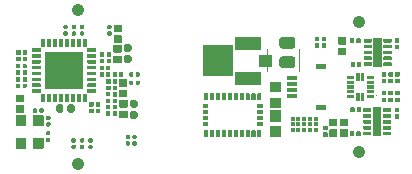
<source format=gbr>
G04 #@! TF.GenerationSoftware,KiCad,Pcbnew,(5.1.12)-1*
G04 #@! TF.CreationDate,2024-10-20T15:32:40+08:00*
G04 #@! TF.ProjectId,Kicad_LFOV_RigidFlex_Assembly_Screwhole2,4b696361-645f-44c4-964f-565f52696769,rev?*
G04 #@! TF.SameCoordinates,Original*
G04 #@! TF.FileFunction,Soldermask,Top*
G04 #@! TF.FilePolarity,Negative*
%FSLAX46Y46*%
G04 Gerber Fmt 4.6, Leading zero omitted, Abs format (unit mm)*
G04 Created by KiCad (PCBNEW (5.1.12)-1) date 2024-10-20 15:32:40*
%MOMM*%
%LPD*%
G01*
G04 APERTURE LIST*
%ADD10C,0.050000*%
%ADD11C,1.050800*%
%ADD12C,0.400800*%
G04 APERTURE END LIST*
D10*
X112999200Y-110417600D02*
X112999200Y-108537600D01*
X110299200Y-110417600D02*
X110299200Y-108537600D01*
X119574780Y-112484900D02*
G75*
G03*
X119574780Y-112484900I-20000J0D01*
G01*
X119124780Y-111007660D02*
G75*
G03*
X119124780Y-111007660I-20000J0D01*
G01*
X112999200Y-110417600D02*
X112999200Y-108537600D01*
X110299200Y-110417600D02*
X110299200Y-108537600D01*
X119574780Y-112484900D02*
G75*
G03*
X119574780Y-112484900I-20000J0D01*
G01*
X119124780Y-111007660D02*
G75*
G03*
X119124780Y-111007660I-20000J0D01*
G01*
D11*
X118105260Y-117235780D03*
X118107800Y-106227880D03*
G36*
G01*
X111596400Y-109146800D02*
X112476800Y-109146800D01*
G75*
G02*
X112722000Y-109392000I0J-245200D01*
G01*
X112722000Y-109882400D01*
G75*
G02*
X112476800Y-110127600I-245200J0D01*
G01*
X111596400Y-110127600D01*
G75*
G02*
X111351200Y-109882400I0J245200D01*
G01*
X111351200Y-109392000D01*
G75*
G02*
X111596400Y-109146800I245200J0D01*
G01*
G37*
G36*
G01*
X111596400Y-107506800D02*
X112476800Y-107506800D01*
G75*
G02*
X112722000Y-107752000I0J-245200D01*
G01*
X112722000Y-108242400D01*
G75*
G02*
X112476800Y-108487600I-245200J0D01*
G01*
X111596400Y-108487600D01*
G75*
G02*
X111351200Y-108242400I0J245200D01*
G01*
X111351200Y-107752000D01*
G75*
G02*
X111596400Y-107506800I245200J0D01*
G01*
G37*
G36*
G01*
X115311200Y-110213600D02*
X114511200Y-110213600D01*
G75*
G02*
X114485800Y-110188200I0J25400D01*
G01*
X114485800Y-109788200D01*
G75*
G02*
X114511200Y-109762800I25400J0D01*
G01*
X115311200Y-109762800D01*
G75*
G02*
X115336600Y-109788200I0J-25400D01*
G01*
X115336600Y-110188200D01*
G75*
G02*
X115311200Y-110213600I-25400J0D01*
G01*
G37*
G36*
G01*
X115311200Y-113713600D02*
X114511200Y-113713600D01*
G75*
G02*
X114485800Y-113688200I0J25400D01*
G01*
X114485800Y-113288200D01*
G75*
G02*
X114511200Y-113262800I25400J0D01*
G01*
X115311200Y-113262800D01*
G75*
G02*
X115336600Y-113288200I0J-25400D01*
G01*
X115336600Y-113688200D01*
G75*
G02*
X115311200Y-113713600I-25400J0D01*
G01*
G37*
G36*
G01*
X112811200Y-111163600D02*
X112011200Y-111163600D01*
G75*
G02*
X111985800Y-111138200I0J25400D01*
G01*
X111985800Y-110838200D01*
G75*
G02*
X112011200Y-110812800I25400J0D01*
G01*
X112811200Y-110812800D01*
G75*
G02*
X112836600Y-110838200I0J-25400D01*
G01*
X112836600Y-111138200D01*
G75*
G02*
X112811200Y-111163600I-25400J0D01*
G01*
G37*
G36*
G01*
X112811200Y-111663600D02*
X112011200Y-111663600D01*
G75*
G02*
X111985800Y-111638200I0J25400D01*
G01*
X111985800Y-111338200D01*
G75*
G02*
X112011200Y-111312800I25400J0D01*
G01*
X112811200Y-111312800D01*
G75*
G02*
X112836600Y-111338200I0J-25400D01*
G01*
X112836600Y-111638200D01*
G75*
G02*
X112811200Y-111663600I-25400J0D01*
G01*
G37*
G36*
G01*
X112811200Y-112163600D02*
X112011200Y-112163600D01*
G75*
G02*
X111985800Y-112138200I0J25400D01*
G01*
X111985800Y-111838200D01*
G75*
G02*
X112011200Y-111812800I25400J0D01*
G01*
X112811200Y-111812800D01*
G75*
G02*
X112836600Y-111838200I0J-25400D01*
G01*
X112836600Y-112138200D01*
G75*
G02*
X112811200Y-112163600I-25400J0D01*
G01*
G37*
G36*
G01*
X112811200Y-112663600D02*
X112011200Y-112663600D01*
G75*
G02*
X111985800Y-112638200I0J25400D01*
G01*
X111985800Y-112338200D01*
G75*
G02*
X112011200Y-112312800I25400J0D01*
G01*
X112811200Y-112312800D01*
G75*
G02*
X112836600Y-112338200I0J-25400D01*
G01*
X112836600Y-112638200D01*
G75*
G02*
X112811200Y-112663600I-25400J0D01*
G01*
G37*
G36*
G01*
X117921200Y-113838600D02*
X117921200Y-113498600D01*
G75*
G02*
X117946600Y-113473200I25400J0D01*
G01*
X118256600Y-113473200D01*
G75*
G02*
X118282000Y-113498600I0J-25400D01*
G01*
X118282000Y-113838600D01*
G75*
G02*
X118256600Y-113864000I-25400J0D01*
G01*
X117946600Y-113864000D01*
G75*
G02*
X117921200Y-113838600I0J25400D01*
G01*
G37*
G36*
G01*
X117371200Y-113838600D02*
X117371200Y-113498600D01*
G75*
G02*
X117396600Y-113473200I25400J0D01*
G01*
X117706600Y-113473200D01*
G75*
G02*
X117732000Y-113498600I0J-25400D01*
G01*
X117732000Y-113838600D01*
G75*
G02*
X117706600Y-113864000I-25400J0D01*
G01*
X117396600Y-113864000D01*
G75*
G02*
X117371200Y-113838600I0J25400D01*
G01*
G37*
G36*
G01*
X91686800Y-114728400D02*
X91897200Y-114728400D01*
G75*
G02*
X91987400Y-114818600I0J-90200D01*
G01*
X91987400Y-114999000D01*
G75*
G02*
X91897200Y-115089200I-90200J0D01*
G01*
X91686800Y-115089200D01*
G75*
G02*
X91596600Y-114999000I0J90200D01*
G01*
X91596600Y-114818600D01*
G75*
G02*
X91686800Y-114728400I90200J0D01*
G01*
G37*
G36*
G01*
X91686800Y-114178400D02*
X91897200Y-114178400D01*
G75*
G02*
X91987400Y-114268600I0J-90200D01*
G01*
X91987400Y-114449000D01*
G75*
G02*
X91897200Y-114539200I-90200J0D01*
G01*
X91686800Y-114539200D01*
G75*
G02*
X91596600Y-114449000I0J90200D01*
G01*
X91596600Y-114268600D01*
G75*
G02*
X91686800Y-114178400I90200J0D01*
G01*
G37*
G36*
G01*
X93075200Y-113381800D02*
X93075200Y-113752200D01*
G75*
G02*
X92915000Y-113912400I-160200J0D01*
G01*
X92594600Y-113912400D01*
G75*
G02*
X92434400Y-113752200I0J160200D01*
G01*
X92434400Y-113381800D01*
G75*
G02*
X92594600Y-113221600I160200J0D01*
G01*
X92915000Y-113221600D01*
G75*
G02*
X93075200Y-113381800I0J-160200D01*
G01*
G37*
G36*
G01*
X94045200Y-113381800D02*
X94045200Y-113752200D01*
G75*
G02*
X93885000Y-113912400I-160200J0D01*
G01*
X93564600Y-113912400D01*
G75*
G02*
X93404400Y-113752200I0J160200D01*
G01*
X93404400Y-113381800D01*
G75*
G02*
X93564600Y-113221600I160200J0D01*
G01*
X93885000Y-113221600D01*
G75*
G02*
X94045200Y-113381800I0J-160200D01*
G01*
G37*
G36*
G01*
X98643400Y-116154200D02*
X98433000Y-116154200D01*
G75*
G02*
X98342800Y-116064000I0J90200D01*
G01*
X98342800Y-115883600D01*
G75*
G02*
X98433000Y-115793400I90200J0D01*
G01*
X98643400Y-115793400D01*
G75*
G02*
X98733600Y-115883600I0J-90200D01*
G01*
X98733600Y-116064000D01*
G75*
G02*
X98643400Y-116154200I-90200J0D01*
G01*
G37*
G36*
G01*
X98643400Y-116704200D02*
X98433000Y-116704200D01*
G75*
G02*
X98342800Y-116614000I0J90200D01*
G01*
X98342800Y-116433600D01*
G75*
G02*
X98433000Y-116343400I90200J0D01*
G01*
X98643400Y-116343400D01*
G75*
G02*
X98733600Y-116433600I0J-90200D01*
G01*
X98733600Y-116614000D01*
G75*
G02*
X98643400Y-116704200I-90200J0D01*
G01*
G37*
G36*
G01*
X98996980Y-116343400D02*
X99207380Y-116343400D01*
G75*
G02*
X99297580Y-116433600I0J-90200D01*
G01*
X99297580Y-116614000D01*
G75*
G02*
X99207380Y-116704200I-90200J0D01*
G01*
X98996980Y-116704200D01*
G75*
G02*
X98906780Y-116614000I0J90200D01*
G01*
X98906780Y-116433600D01*
G75*
G02*
X98996980Y-116343400I90200J0D01*
G01*
G37*
G36*
G01*
X98996980Y-115793400D02*
X99207380Y-115793400D01*
G75*
G02*
X99297580Y-115883600I0J-90200D01*
G01*
X99297580Y-116064000D01*
G75*
G02*
X99207380Y-116154200I-90200J0D01*
G01*
X98996980Y-116154200D01*
G75*
G02*
X98906780Y-116064000I0J90200D01*
G01*
X98906780Y-115883600D01*
G75*
G02*
X98996980Y-115793400I90200J0D01*
G01*
G37*
G36*
G01*
X89426600Y-111540800D02*
X89426600Y-111751200D01*
G75*
G02*
X89336400Y-111841400I-90200J0D01*
G01*
X89156000Y-111841400D01*
G75*
G02*
X89065800Y-111751200I0J90200D01*
G01*
X89065800Y-111540800D01*
G75*
G02*
X89156000Y-111450600I90200J0D01*
G01*
X89336400Y-111450600D01*
G75*
G02*
X89426600Y-111540800I0J-90200D01*
G01*
G37*
G36*
G01*
X89976600Y-111540800D02*
X89976600Y-111751200D01*
G75*
G02*
X89886400Y-111841400I-90200J0D01*
G01*
X89706000Y-111841400D01*
G75*
G02*
X89615800Y-111751200I0J90200D01*
G01*
X89615800Y-111540800D01*
G75*
G02*
X89706000Y-111450600I90200J0D01*
G01*
X89886400Y-111450600D01*
G75*
G02*
X89976600Y-111540800I0J-90200D01*
G01*
G37*
G36*
G01*
X91508001Y-113051000D02*
X91247999Y-113051000D01*
G75*
G02*
X91222600Y-113025601I0J25399D01*
G01*
X91222600Y-112345599D01*
G75*
G02*
X91247999Y-112320200I25399J0D01*
G01*
X91508001Y-112320200D01*
G75*
G02*
X91533400Y-112345599I0J-25399D01*
G01*
X91533400Y-113025601D01*
G75*
G02*
X91508001Y-113051000I-25399J0D01*
G01*
G37*
G36*
G01*
X92008001Y-113051000D02*
X91747999Y-113051000D01*
G75*
G02*
X91722600Y-113025601I0J25399D01*
G01*
X91722600Y-112345599D01*
G75*
G02*
X91747999Y-112320200I25399J0D01*
G01*
X92008001Y-112320200D01*
G75*
G02*
X92033400Y-112345599I0J-25399D01*
G01*
X92033400Y-113025601D01*
G75*
G02*
X92008001Y-113051000I-25399J0D01*
G01*
G37*
G36*
G01*
X92508001Y-113051000D02*
X92247999Y-113051000D01*
G75*
G02*
X92222600Y-113025601I0J25399D01*
G01*
X92222600Y-112345599D01*
G75*
G02*
X92247999Y-112320200I25399J0D01*
G01*
X92508001Y-112320200D01*
G75*
G02*
X92533400Y-112345599I0J-25399D01*
G01*
X92533400Y-113025601D01*
G75*
G02*
X92508001Y-113051000I-25399J0D01*
G01*
G37*
G36*
G01*
X93008001Y-113051000D02*
X92747999Y-113051000D01*
G75*
G02*
X92722600Y-113025601I0J25399D01*
G01*
X92722600Y-112345599D01*
G75*
G02*
X92747999Y-112320200I25399J0D01*
G01*
X93008001Y-112320200D01*
G75*
G02*
X93033400Y-112345599I0J-25399D01*
G01*
X93033400Y-113025601D01*
G75*
G02*
X93008001Y-113051000I-25399J0D01*
G01*
G37*
G36*
G01*
X93508001Y-113051000D02*
X93247999Y-113051000D01*
G75*
G02*
X93222600Y-113025601I0J25399D01*
G01*
X93222600Y-112345599D01*
G75*
G02*
X93247999Y-112320200I25399J0D01*
G01*
X93508001Y-112320200D01*
G75*
G02*
X93533400Y-112345599I0J-25399D01*
G01*
X93533400Y-113025601D01*
G75*
G02*
X93508001Y-113051000I-25399J0D01*
G01*
G37*
G36*
G01*
X94008001Y-113051000D02*
X93747999Y-113051000D01*
G75*
G02*
X93722600Y-113025601I0J25399D01*
G01*
X93722600Y-112345599D01*
G75*
G02*
X93747999Y-112320200I25399J0D01*
G01*
X94008001Y-112320200D01*
G75*
G02*
X94033400Y-112345599I0J-25399D01*
G01*
X94033400Y-113025601D01*
G75*
G02*
X94008001Y-113051000I-25399J0D01*
G01*
G37*
G36*
G01*
X94508001Y-113051000D02*
X94247999Y-113051000D01*
G75*
G02*
X94222600Y-113025601I0J25399D01*
G01*
X94222600Y-112345599D01*
G75*
G02*
X94247999Y-112320200I25399J0D01*
G01*
X94508001Y-112320200D01*
G75*
G02*
X94533400Y-112345599I0J-25399D01*
G01*
X94533400Y-113025601D01*
G75*
G02*
X94508001Y-113051000I-25399J0D01*
G01*
G37*
G36*
G01*
X95008001Y-113051000D02*
X94747999Y-113051000D01*
G75*
G02*
X94722600Y-113025601I0J25399D01*
G01*
X94722600Y-112345599D01*
G75*
G02*
X94747999Y-112320200I25399J0D01*
G01*
X95008001Y-112320200D01*
G75*
G02*
X95033400Y-112345599I0J-25399D01*
G01*
X95033400Y-113025601D01*
G75*
G02*
X95008001Y-113051000I-25399J0D01*
G01*
G37*
G36*
G01*
X95097600Y-112230601D02*
X95097600Y-111970599D01*
G75*
G02*
X95122999Y-111945200I25399J0D01*
G01*
X95803001Y-111945200D01*
G75*
G02*
X95828400Y-111970599I0J-25399D01*
G01*
X95828400Y-112230601D01*
G75*
G02*
X95803001Y-112256000I-25399J0D01*
G01*
X95122999Y-112256000D01*
G75*
G02*
X95097600Y-112230601I0J25399D01*
G01*
G37*
G36*
G01*
X95097600Y-111730601D02*
X95097600Y-111470599D01*
G75*
G02*
X95122999Y-111445200I25399J0D01*
G01*
X95803001Y-111445200D01*
G75*
G02*
X95828400Y-111470599I0J-25399D01*
G01*
X95828400Y-111730601D01*
G75*
G02*
X95803001Y-111756000I-25399J0D01*
G01*
X95122999Y-111756000D01*
G75*
G02*
X95097600Y-111730601I0J25399D01*
G01*
G37*
G36*
G01*
X95097600Y-111230601D02*
X95097600Y-110970599D01*
G75*
G02*
X95122999Y-110945200I25399J0D01*
G01*
X95803001Y-110945200D01*
G75*
G02*
X95828400Y-110970599I0J-25399D01*
G01*
X95828400Y-111230601D01*
G75*
G02*
X95803001Y-111256000I-25399J0D01*
G01*
X95122999Y-111256000D01*
G75*
G02*
X95097600Y-111230601I0J25399D01*
G01*
G37*
G36*
G01*
X95097600Y-110730601D02*
X95097600Y-110470599D01*
G75*
G02*
X95122999Y-110445200I25399J0D01*
G01*
X95803001Y-110445200D01*
G75*
G02*
X95828400Y-110470599I0J-25399D01*
G01*
X95828400Y-110730601D01*
G75*
G02*
X95803001Y-110756000I-25399J0D01*
G01*
X95122999Y-110756000D01*
G75*
G02*
X95097600Y-110730601I0J25399D01*
G01*
G37*
G36*
G01*
X95097600Y-110230601D02*
X95097600Y-109970599D01*
G75*
G02*
X95122999Y-109945200I25399J0D01*
G01*
X95803001Y-109945200D01*
G75*
G02*
X95828400Y-109970599I0J-25399D01*
G01*
X95828400Y-110230601D01*
G75*
G02*
X95803001Y-110256000I-25399J0D01*
G01*
X95122999Y-110256000D01*
G75*
G02*
X95097600Y-110230601I0J25399D01*
G01*
G37*
G36*
G01*
X95097600Y-109730601D02*
X95097600Y-109470599D01*
G75*
G02*
X95122999Y-109445200I25399J0D01*
G01*
X95803001Y-109445200D01*
G75*
G02*
X95828400Y-109470599I0J-25399D01*
G01*
X95828400Y-109730601D01*
G75*
G02*
X95803001Y-109756000I-25399J0D01*
G01*
X95122999Y-109756000D01*
G75*
G02*
X95097600Y-109730601I0J25399D01*
G01*
G37*
G36*
G01*
X95097600Y-109230601D02*
X95097600Y-108970599D01*
G75*
G02*
X95122999Y-108945200I25399J0D01*
G01*
X95803001Y-108945200D01*
G75*
G02*
X95828400Y-108970599I0J-25399D01*
G01*
X95828400Y-109230601D01*
G75*
G02*
X95803001Y-109256000I-25399J0D01*
G01*
X95122999Y-109256000D01*
G75*
G02*
X95097600Y-109230601I0J25399D01*
G01*
G37*
G36*
G01*
X95097600Y-108730601D02*
X95097600Y-108470599D01*
G75*
G02*
X95122999Y-108445200I25399J0D01*
G01*
X95803001Y-108445200D01*
G75*
G02*
X95828400Y-108470599I0J-25399D01*
G01*
X95828400Y-108730601D01*
G75*
G02*
X95803001Y-108756000I-25399J0D01*
G01*
X95122999Y-108756000D01*
G75*
G02*
X95097600Y-108730601I0J25399D01*
G01*
G37*
G36*
G01*
X95008001Y-108381000D02*
X94747999Y-108381000D01*
G75*
G02*
X94722600Y-108355601I0J25399D01*
G01*
X94722600Y-107675599D01*
G75*
G02*
X94747999Y-107650200I25399J0D01*
G01*
X95008001Y-107650200D01*
G75*
G02*
X95033400Y-107675599I0J-25399D01*
G01*
X95033400Y-108355601D01*
G75*
G02*
X95008001Y-108381000I-25399J0D01*
G01*
G37*
G36*
G01*
X94508001Y-108381000D02*
X94247999Y-108381000D01*
G75*
G02*
X94222600Y-108355601I0J25399D01*
G01*
X94222600Y-107675599D01*
G75*
G02*
X94247999Y-107650200I25399J0D01*
G01*
X94508001Y-107650200D01*
G75*
G02*
X94533400Y-107675599I0J-25399D01*
G01*
X94533400Y-108355601D01*
G75*
G02*
X94508001Y-108381000I-25399J0D01*
G01*
G37*
G36*
G01*
X94008001Y-108381000D02*
X93747999Y-108381000D01*
G75*
G02*
X93722600Y-108355601I0J25399D01*
G01*
X93722600Y-107675599D01*
G75*
G02*
X93747999Y-107650200I25399J0D01*
G01*
X94008001Y-107650200D01*
G75*
G02*
X94033400Y-107675599I0J-25399D01*
G01*
X94033400Y-108355601D01*
G75*
G02*
X94008001Y-108381000I-25399J0D01*
G01*
G37*
G36*
G01*
X93508001Y-108381000D02*
X93247999Y-108381000D01*
G75*
G02*
X93222600Y-108355601I0J25399D01*
G01*
X93222600Y-107675599D01*
G75*
G02*
X93247999Y-107650200I25399J0D01*
G01*
X93508001Y-107650200D01*
G75*
G02*
X93533400Y-107675599I0J-25399D01*
G01*
X93533400Y-108355601D01*
G75*
G02*
X93508001Y-108381000I-25399J0D01*
G01*
G37*
G36*
G01*
X93008001Y-108381000D02*
X92747999Y-108381000D01*
G75*
G02*
X92722600Y-108355601I0J25399D01*
G01*
X92722600Y-107675599D01*
G75*
G02*
X92747999Y-107650200I25399J0D01*
G01*
X93008001Y-107650200D01*
G75*
G02*
X93033400Y-107675599I0J-25399D01*
G01*
X93033400Y-108355601D01*
G75*
G02*
X93008001Y-108381000I-25399J0D01*
G01*
G37*
G36*
G01*
X92508001Y-108381000D02*
X92247999Y-108381000D01*
G75*
G02*
X92222600Y-108355601I0J25399D01*
G01*
X92222600Y-107675599D01*
G75*
G02*
X92247999Y-107650200I25399J0D01*
G01*
X92508001Y-107650200D01*
G75*
G02*
X92533400Y-107675599I0J-25399D01*
G01*
X92533400Y-108355601D01*
G75*
G02*
X92508001Y-108381000I-25399J0D01*
G01*
G37*
G36*
G01*
X92008001Y-108381000D02*
X91747999Y-108381000D01*
G75*
G02*
X91722600Y-108355601I0J25399D01*
G01*
X91722600Y-107675599D01*
G75*
G02*
X91747999Y-107650200I25399J0D01*
G01*
X92008001Y-107650200D01*
G75*
G02*
X92033400Y-107675599I0J-25399D01*
G01*
X92033400Y-108355601D01*
G75*
G02*
X92008001Y-108381000I-25399J0D01*
G01*
G37*
G36*
G01*
X91508001Y-108381000D02*
X91247999Y-108381000D01*
G75*
G02*
X91222600Y-108355601I0J25399D01*
G01*
X91222600Y-107675599D01*
G75*
G02*
X91247999Y-107650200I25399J0D01*
G01*
X91508001Y-107650200D01*
G75*
G02*
X91533400Y-107675599I0J-25399D01*
G01*
X91533400Y-108355601D01*
G75*
G02*
X91508001Y-108381000I-25399J0D01*
G01*
G37*
G36*
G01*
X90427600Y-108730601D02*
X90427600Y-108470599D01*
G75*
G02*
X90452999Y-108445200I25399J0D01*
G01*
X91133001Y-108445200D01*
G75*
G02*
X91158400Y-108470599I0J-25399D01*
G01*
X91158400Y-108730601D01*
G75*
G02*
X91133001Y-108756000I-25399J0D01*
G01*
X90452999Y-108756000D01*
G75*
G02*
X90427600Y-108730601I0J25399D01*
G01*
G37*
G36*
G01*
X90427600Y-109230601D02*
X90427600Y-108970599D01*
G75*
G02*
X90452999Y-108945200I25399J0D01*
G01*
X91133001Y-108945200D01*
G75*
G02*
X91158400Y-108970599I0J-25399D01*
G01*
X91158400Y-109230601D01*
G75*
G02*
X91133001Y-109256000I-25399J0D01*
G01*
X90452999Y-109256000D01*
G75*
G02*
X90427600Y-109230601I0J25399D01*
G01*
G37*
G36*
G01*
X90427600Y-109730601D02*
X90427600Y-109470599D01*
G75*
G02*
X90452999Y-109445200I25399J0D01*
G01*
X91133001Y-109445200D01*
G75*
G02*
X91158400Y-109470599I0J-25399D01*
G01*
X91158400Y-109730601D01*
G75*
G02*
X91133001Y-109756000I-25399J0D01*
G01*
X90452999Y-109756000D01*
G75*
G02*
X90427600Y-109730601I0J25399D01*
G01*
G37*
G36*
G01*
X90427600Y-110230601D02*
X90427600Y-109970599D01*
G75*
G02*
X90452999Y-109945200I25399J0D01*
G01*
X91133001Y-109945200D01*
G75*
G02*
X91158400Y-109970599I0J-25399D01*
G01*
X91158400Y-110230601D01*
G75*
G02*
X91133001Y-110256000I-25399J0D01*
G01*
X90452999Y-110256000D01*
G75*
G02*
X90427600Y-110230601I0J25399D01*
G01*
G37*
G36*
G01*
X90427600Y-110730601D02*
X90427600Y-110470599D01*
G75*
G02*
X90452999Y-110445200I25399J0D01*
G01*
X91133001Y-110445200D01*
G75*
G02*
X91158400Y-110470599I0J-25399D01*
G01*
X91158400Y-110730601D01*
G75*
G02*
X91133001Y-110756000I-25399J0D01*
G01*
X90452999Y-110756000D01*
G75*
G02*
X90427600Y-110730601I0J25399D01*
G01*
G37*
G36*
G01*
X90427600Y-111230601D02*
X90427600Y-110970599D01*
G75*
G02*
X90452999Y-110945200I25399J0D01*
G01*
X91133001Y-110945200D01*
G75*
G02*
X91158400Y-110970599I0J-25399D01*
G01*
X91158400Y-111230601D01*
G75*
G02*
X91133001Y-111256000I-25399J0D01*
G01*
X90452999Y-111256000D01*
G75*
G02*
X90427600Y-111230601I0J25399D01*
G01*
G37*
G36*
G01*
X90427600Y-111730601D02*
X90427600Y-111470599D01*
G75*
G02*
X90452999Y-111445200I25399J0D01*
G01*
X91133001Y-111445200D01*
G75*
G02*
X91158400Y-111470599I0J-25399D01*
G01*
X91158400Y-111730601D01*
G75*
G02*
X91133001Y-111756000I-25399J0D01*
G01*
X90452999Y-111756000D01*
G75*
G02*
X90427600Y-111730601I0J25399D01*
G01*
G37*
G36*
G01*
X90427600Y-112230601D02*
X90427600Y-111970599D01*
G75*
G02*
X90452999Y-111945200I25399J0D01*
G01*
X91133001Y-111945200D01*
G75*
G02*
X91158400Y-111970599I0J-25399D01*
G01*
X91158400Y-112230601D01*
G75*
G02*
X91133001Y-112256000I-25399J0D01*
G01*
X90452999Y-112256000D01*
G75*
G02*
X90427600Y-112230601I0J25399D01*
G01*
G37*
G36*
G01*
X91552600Y-111900600D02*
X91552600Y-108800600D01*
G75*
G02*
X91578000Y-108775200I25400J0D01*
G01*
X94678000Y-108775200D01*
G75*
G02*
X94703400Y-108800600I0J-25400D01*
G01*
X94703400Y-111900600D01*
G75*
G02*
X94678000Y-111926000I-25400J0D01*
G01*
X91578000Y-111926000D01*
G75*
G02*
X91552600Y-111900600I0J25400D01*
G01*
G37*
G36*
G01*
X90849000Y-113649000D02*
X90849000Y-113859400D01*
G75*
G02*
X90758800Y-113949600I-90200J0D01*
G01*
X90578400Y-113949600D01*
G75*
G02*
X90488200Y-113859400I0J90200D01*
G01*
X90488200Y-113649000D01*
G75*
G02*
X90578400Y-113558800I90200J0D01*
G01*
X90758800Y-113558800D01*
G75*
G02*
X90849000Y-113649000I0J-90200D01*
G01*
G37*
G36*
G01*
X91399000Y-113649000D02*
X91399000Y-113859400D01*
G75*
G02*
X91308800Y-113949600I-90200J0D01*
G01*
X91128400Y-113949600D01*
G75*
G02*
X91038200Y-113859400I0J90200D01*
G01*
X91038200Y-113649000D01*
G75*
G02*
X91128400Y-113558800I90200J0D01*
G01*
X91308800Y-113558800D01*
G75*
G02*
X91399000Y-113649000I0J-90200D01*
G01*
G37*
G36*
G01*
X91676600Y-116033200D02*
X91887000Y-116033200D01*
G75*
G02*
X91977200Y-116123400I0J-90200D01*
G01*
X91977200Y-116303800D01*
G75*
G02*
X91887000Y-116394000I-90200J0D01*
G01*
X91676600Y-116394000D01*
G75*
G02*
X91586400Y-116303800I0J90200D01*
G01*
X91586400Y-116123400D01*
G75*
G02*
X91676600Y-116033200I90200J0D01*
G01*
G37*
G36*
G01*
X91676600Y-115483200D02*
X91887000Y-115483200D01*
G75*
G02*
X91977200Y-115573400I0J-90200D01*
G01*
X91977200Y-115753800D01*
G75*
G02*
X91887000Y-115844000I-90200J0D01*
G01*
X91676600Y-115844000D01*
G75*
G02*
X91586400Y-115753800I0J90200D01*
G01*
X91586400Y-115573400D01*
G75*
G02*
X91676600Y-115483200I90200J0D01*
G01*
G37*
G36*
G01*
X94557000Y-116633400D02*
X94767400Y-116633400D01*
G75*
G02*
X94857600Y-116723600I0J-90200D01*
G01*
X94857600Y-116904000D01*
G75*
G02*
X94767400Y-116994200I-90200J0D01*
G01*
X94557000Y-116994200D01*
G75*
G02*
X94466800Y-116904000I0J90200D01*
G01*
X94466800Y-116723600D01*
G75*
G02*
X94557000Y-116633400I90200J0D01*
G01*
G37*
G36*
G01*
X94557000Y-116083400D02*
X94767400Y-116083400D01*
G75*
G02*
X94857600Y-116173600I0J-90200D01*
G01*
X94857600Y-116354000D01*
G75*
G02*
X94767400Y-116444200I-90200J0D01*
G01*
X94557000Y-116444200D01*
G75*
G02*
X94466800Y-116354000I0J90200D01*
G01*
X94466800Y-116173600D01*
G75*
G02*
X94557000Y-116083400I90200J0D01*
G01*
G37*
G36*
G01*
X95268200Y-116633400D02*
X95478600Y-116633400D01*
G75*
G02*
X95568800Y-116723600I0J-90200D01*
G01*
X95568800Y-116904000D01*
G75*
G02*
X95478600Y-116994200I-90200J0D01*
G01*
X95268200Y-116994200D01*
G75*
G02*
X95178000Y-116904000I0J90200D01*
G01*
X95178000Y-116723600D01*
G75*
G02*
X95268200Y-116633400I90200J0D01*
G01*
G37*
G36*
G01*
X95268200Y-116083400D02*
X95478600Y-116083400D01*
G75*
G02*
X95568800Y-116173600I0J-90200D01*
G01*
X95568800Y-116354000D01*
G75*
G02*
X95478600Y-116444200I-90200J0D01*
G01*
X95268200Y-116444200D01*
G75*
G02*
X95178000Y-116354000I0J90200D01*
G01*
X95178000Y-116173600D01*
G75*
G02*
X95268200Y-116083400I90200J0D01*
G01*
G37*
G36*
G01*
X94757200Y-106852400D02*
X94546800Y-106852400D01*
G75*
G02*
X94456600Y-106762200I0J90200D01*
G01*
X94456600Y-106581800D01*
G75*
G02*
X94546800Y-106491600I90200J0D01*
G01*
X94757200Y-106491600D01*
G75*
G02*
X94847400Y-106581800I0J-90200D01*
G01*
X94847400Y-106762200D01*
G75*
G02*
X94757200Y-106852400I-90200J0D01*
G01*
G37*
G36*
G01*
X94757200Y-107402400D02*
X94546800Y-107402400D01*
G75*
G02*
X94456600Y-107312200I0J90200D01*
G01*
X94456600Y-107131800D01*
G75*
G02*
X94546800Y-107041600I90200J0D01*
G01*
X94757200Y-107041600D01*
G75*
G02*
X94847400Y-107131800I0J-90200D01*
G01*
X94847400Y-107312200D01*
G75*
G02*
X94757200Y-107402400I-90200J0D01*
G01*
G37*
G36*
G01*
X96858200Y-107041600D02*
X97068600Y-107041600D01*
G75*
G02*
X97158800Y-107131800I0J-90200D01*
G01*
X97158800Y-107312200D01*
G75*
G02*
X97068600Y-107402400I-90200J0D01*
G01*
X96858200Y-107402400D01*
G75*
G02*
X96768000Y-107312200I0J90200D01*
G01*
X96768000Y-107131800D01*
G75*
G02*
X96858200Y-107041600I90200J0D01*
G01*
G37*
G36*
G01*
X96858200Y-106491600D02*
X97068600Y-106491600D01*
G75*
G02*
X97158800Y-106581800I0J-90200D01*
G01*
X97158800Y-106762200D01*
G75*
G02*
X97068600Y-106852400I-90200J0D01*
G01*
X96858200Y-106852400D01*
G75*
G02*
X96768000Y-106762200I0J90200D01*
G01*
X96768000Y-106581800D01*
G75*
G02*
X96858200Y-106491600I90200J0D01*
G01*
G37*
G36*
G01*
X89426600Y-109864400D02*
X89426600Y-110074800D01*
G75*
G02*
X89336400Y-110165000I-90200J0D01*
G01*
X89156000Y-110165000D01*
G75*
G02*
X89065800Y-110074800I0J90200D01*
G01*
X89065800Y-109864400D01*
G75*
G02*
X89156000Y-109774200I90200J0D01*
G01*
X89336400Y-109774200D01*
G75*
G02*
X89426600Y-109864400I0J-90200D01*
G01*
G37*
G36*
G01*
X89976600Y-109864400D02*
X89976600Y-110074800D01*
G75*
G02*
X89886400Y-110165000I-90200J0D01*
G01*
X89706000Y-110165000D01*
G75*
G02*
X89615800Y-110074800I0J90200D01*
G01*
X89615800Y-109864400D01*
G75*
G02*
X89706000Y-109774200I90200J0D01*
G01*
X89886400Y-109774200D01*
G75*
G02*
X89976600Y-109864400I0J-90200D01*
G01*
G37*
G36*
G01*
X93845800Y-116633400D02*
X94056200Y-116633400D01*
G75*
G02*
X94146400Y-116723600I0J-90200D01*
G01*
X94146400Y-116904000D01*
G75*
G02*
X94056200Y-116994200I-90200J0D01*
G01*
X93845800Y-116994200D01*
G75*
G02*
X93755600Y-116904000I0J90200D01*
G01*
X93755600Y-116723600D01*
G75*
G02*
X93845800Y-116633400I90200J0D01*
G01*
G37*
G36*
G01*
X93845800Y-116083400D02*
X94056200Y-116083400D01*
G75*
G02*
X94146400Y-116173600I0J-90200D01*
G01*
X94146400Y-116354000D01*
G75*
G02*
X94056200Y-116444200I-90200J0D01*
G01*
X93845800Y-116444200D01*
G75*
G02*
X93755600Y-116354000I0J90200D01*
G01*
X93755600Y-116173600D01*
G75*
G02*
X93845800Y-116083400I90200J0D01*
G01*
G37*
G36*
G01*
X94071400Y-106852400D02*
X93861000Y-106852400D01*
G75*
G02*
X93770800Y-106762200I0J90200D01*
G01*
X93770800Y-106581800D01*
G75*
G02*
X93861000Y-106491600I90200J0D01*
G01*
X94071400Y-106491600D01*
G75*
G02*
X94161600Y-106581800I0J-90200D01*
G01*
X94161600Y-106762200D01*
G75*
G02*
X94071400Y-106852400I-90200J0D01*
G01*
G37*
G36*
G01*
X94071400Y-107402400D02*
X93861000Y-107402400D01*
G75*
G02*
X93770800Y-107312200I0J90200D01*
G01*
X93770800Y-107131800D01*
G75*
G02*
X93861000Y-107041600I90200J0D01*
G01*
X94071400Y-107041600D01*
G75*
G02*
X94161600Y-107131800I0J-90200D01*
G01*
X94161600Y-107312200D01*
G75*
G02*
X94071400Y-107402400I-90200J0D01*
G01*
G37*
G36*
G01*
X99191600Y-110786000D02*
X99191600Y-110575600D01*
G75*
G02*
X99281800Y-110485400I90200J0D01*
G01*
X99462200Y-110485400D01*
G75*
G02*
X99552400Y-110575600I0J-90200D01*
G01*
X99552400Y-110786000D01*
G75*
G02*
X99462200Y-110876200I-90200J0D01*
G01*
X99281800Y-110876200D01*
G75*
G02*
X99191600Y-110786000I0J90200D01*
G01*
G37*
G36*
G01*
X98641600Y-110786000D02*
X98641600Y-110575600D01*
G75*
G02*
X98731800Y-110485400I90200J0D01*
G01*
X98912200Y-110485400D01*
G75*
G02*
X99002400Y-110575600I0J-90200D01*
G01*
X99002400Y-110786000D01*
G75*
G02*
X98912200Y-110876200I-90200J0D01*
G01*
X98731800Y-110876200D01*
G75*
G02*
X98641600Y-110786000I0J90200D01*
G01*
G37*
G36*
G01*
X99191600Y-111497200D02*
X99191600Y-111286800D01*
G75*
G02*
X99281800Y-111196600I90200J0D01*
G01*
X99462200Y-111196600D01*
G75*
G02*
X99552400Y-111286800I0J-90200D01*
G01*
X99552400Y-111497200D01*
G75*
G02*
X99462200Y-111587400I-90200J0D01*
G01*
X99281800Y-111587400D01*
G75*
G02*
X99191600Y-111497200I0J90200D01*
G01*
G37*
G36*
G01*
X98641600Y-111497200D02*
X98641600Y-111286800D01*
G75*
G02*
X98731800Y-111196600I90200J0D01*
G01*
X98912200Y-111196600D01*
G75*
G02*
X99002400Y-111286800I0J-90200D01*
G01*
X99002400Y-111497200D01*
G75*
G02*
X98912200Y-111587400I-90200J0D01*
G01*
X98731800Y-111587400D01*
G75*
G02*
X98641600Y-111497200I0J90200D01*
G01*
G37*
G36*
G01*
X93360200Y-106852400D02*
X93149800Y-106852400D01*
G75*
G02*
X93059600Y-106762200I0J90200D01*
G01*
X93059600Y-106581800D01*
G75*
G02*
X93149800Y-106491600I90200J0D01*
G01*
X93360200Y-106491600D01*
G75*
G02*
X93450400Y-106581800I0J-90200D01*
G01*
X93450400Y-106762200D01*
G75*
G02*
X93360200Y-106852400I-90200J0D01*
G01*
G37*
G36*
G01*
X93360200Y-107402400D02*
X93149800Y-107402400D01*
G75*
G02*
X93059600Y-107312200I0J90200D01*
G01*
X93059600Y-107131800D01*
G75*
G02*
X93149800Y-107041600I90200J0D01*
G01*
X93360200Y-107041600D01*
G75*
G02*
X93450400Y-107131800I0J-90200D01*
G01*
X93450400Y-107312200D01*
G75*
G02*
X93360200Y-107402400I-90200J0D01*
G01*
G37*
G36*
G01*
X105848000Y-112310200D02*
X105848000Y-112835200D01*
G75*
G02*
X105822600Y-112860600I-25400J0D01*
G01*
X105522600Y-112860600D01*
G75*
G02*
X105497200Y-112835200I0J25400D01*
G01*
X105497200Y-112310200D01*
G75*
G02*
X105522600Y-112284800I25400J0D01*
G01*
X105822600Y-112284800D01*
G75*
G02*
X105848000Y-112310200I0J-25400D01*
G01*
G37*
G36*
G01*
X106348000Y-112310200D02*
X106348000Y-112835200D01*
G75*
G02*
X106322600Y-112860600I-25400J0D01*
G01*
X106022600Y-112860600D01*
G75*
G02*
X105997200Y-112835200I0J25400D01*
G01*
X105997200Y-112310200D01*
G75*
G02*
X106022600Y-112284800I25400J0D01*
G01*
X106322600Y-112284800D01*
G75*
G02*
X106348000Y-112310200I0J-25400D01*
G01*
G37*
G36*
G01*
X106848000Y-112310200D02*
X106848000Y-112835200D01*
G75*
G02*
X106822600Y-112860600I-25400J0D01*
G01*
X106522600Y-112860600D01*
G75*
G02*
X106497200Y-112835200I0J25400D01*
G01*
X106497200Y-112310200D01*
G75*
G02*
X106522600Y-112284800I25400J0D01*
G01*
X106822600Y-112284800D01*
G75*
G02*
X106848000Y-112310200I0J-25400D01*
G01*
G37*
G36*
G01*
X107348000Y-112310200D02*
X107348000Y-112835200D01*
G75*
G02*
X107322600Y-112860600I-25400J0D01*
G01*
X107022600Y-112860600D01*
G75*
G02*
X106997200Y-112835200I0J25400D01*
G01*
X106997200Y-112310200D01*
G75*
G02*
X107022600Y-112284800I25400J0D01*
G01*
X107322600Y-112284800D01*
G75*
G02*
X107348000Y-112310200I0J-25400D01*
G01*
G37*
G36*
G01*
X107848000Y-112310200D02*
X107848000Y-112835200D01*
G75*
G02*
X107822600Y-112860600I-25400J0D01*
G01*
X107522600Y-112860600D01*
G75*
G02*
X107497200Y-112835200I0J25400D01*
G01*
X107497200Y-112310200D01*
G75*
G02*
X107522600Y-112284800I25400J0D01*
G01*
X107822600Y-112284800D01*
G75*
G02*
X107848000Y-112310200I0J-25400D01*
G01*
G37*
G36*
G01*
X108348000Y-112310200D02*
X108348000Y-112835200D01*
G75*
G02*
X108322600Y-112860600I-25400J0D01*
G01*
X108022600Y-112860600D01*
G75*
G02*
X107997200Y-112835200I0J25400D01*
G01*
X107997200Y-112310200D01*
G75*
G02*
X108022600Y-112284800I25400J0D01*
G01*
X108322600Y-112284800D01*
G75*
G02*
X108348000Y-112310200I0J-25400D01*
G01*
G37*
G36*
G01*
X108848000Y-112310200D02*
X108848000Y-112835200D01*
G75*
G02*
X108822600Y-112860600I-25400J0D01*
G01*
X108522600Y-112860600D01*
G75*
G02*
X108497200Y-112835200I0J25400D01*
G01*
X108497200Y-112310200D01*
G75*
G02*
X108522600Y-112284800I25400J0D01*
G01*
X108822600Y-112284800D01*
G75*
G02*
X108848000Y-112310200I0J-25400D01*
G01*
G37*
G36*
G01*
X109348000Y-112310200D02*
X109348000Y-112835200D01*
G75*
G02*
X109322600Y-112860600I-25400J0D01*
G01*
X109022600Y-112860600D01*
G75*
G02*
X108997200Y-112835200I0J25400D01*
G01*
X108997200Y-112310200D01*
G75*
G02*
X109022600Y-112284800I25400J0D01*
G01*
X109322600Y-112284800D01*
G75*
G02*
X109348000Y-112310200I0J-25400D01*
G01*
G37*
G36*
G01*
X109848000Y-112310200D02*
X109848000Y-112835200D01*
G75*
G02*
X109822600Y-112860600I-25400J0D01*
G01*
X109522600Y-112860600D01*
G75*
G02*
X109497200Y-112835200I0J25400D01*
G01*
X109497200Y-112310200D01*
G75*
G02*
X109522600Y-112284800I25400J0D01*
G01*
X109822600Y-112284800D01*
G75*
G02*
X109848000Y-112310200I0J-25400D01*
G01*
G37*
G36*
G01*
X109522600Y-113209800D02*
X109947600Y-113209800D01*
G75*
G02*
X109973000Y-113235200I0J-25400D01*
G01*
X109973000Y-113535200D01*
G75*
G02*
X109947600Y-113560600I-25400J0D01*
G01*
X109522600Y-113560600D01*
G75*
G02*
X109497200Y-113535200I0J25400D01*
G01*
X109497200Y-113235200D01*
G75*
G02*
X109522600Y-113209800I25400J0D01*
G01*
G37*
G36*
G01*
X109522600Y-113709800D02*
X109947600Y-113709800D01*
G75*
G02*
X109973000Y-113735200I0J-25400D01*
G01*
X109973000Y-114035200D01*
G75*
G02*
X109947600Y-114060600I-25400J0D01*
G01*
X109522600Y-114060600D01*
G75*
G02*
X109497200Y-114035200I0J25400D01*
G01*
X109497200Y-113735200D01*
G75*
G02*
X109522600Y-113709800I25400J0D01*
G01*
G37*
G36*
G01*
X109522600Y-114209800D02*
X109947600Y-114209800D01*
G75*
G02*
X109973000Y-114235200I0J-25400D01*
G01*
X109973000Y-114535200D01*
G75*
G02*
X109947600Y-114560600I-25400J0D01*
G01*
X109522600Y-114560600D01*
G75*
G02*
X109497200Y-114535200I0J25400D01*
G01*
X109497200Y-114235200D01*
G75*
G02*
X109522600Y-114209800I25400J0D01*
G01*
G37*
G36*
G01*
X109522600Y-114709800D02*
X109947600Y-114709800D01*
G75*
G02*
X109973000Y-114735200I0J-25400D01*
G01*
X109973000Y-115035200D01*
G75*
G02*
X109947600Y-115060600I-25400J0D01*
G01*
X109522600Y-115060600D01*
G75*
G02*
X109497200Y-115035200I0J25400D01*
G01*
X109497200Y-114735200D01*
G75*
G02*
X109522600Y-114709800I25400J0D01*
G01*
G37*
G36*
G01*
X109848000Y-115435200D02*
X109848000Y-115960200D01*
G75*
G02*
X109822600Y-115985600I-25400J0D01*
G01*
X109522600Y-115985600D01*
G75*
G02*
X109497200Y-115960200I0J25400D01*
G01*
X109497200Y-115435200D01*
G75*
G02*
X109522600Y-115409800I25400J0D01*
G01*
X109822600Y-115409800D01*
G75*
G02*
X109848000Y-115435200I0J-25400D01*
G01*
G37*
G36*
G01*
X109348000Y-115435200D02*
X109348000Y-115960200D01*
G75*
G02*
X109322600Y-115985600I-25400J0D01*
G01*
X109022600Y-115985600D01*
G75*
G02*
X108997200Y-115960200I0J25400D01*
G01*
X108997200Y-115435200D01*
G75*
G02*
X109022600Y-115409800I25400J0D01*
G01*
X109322600Y-115409800D01*
G75*
G02*
X109348000Y-115435200I0J-25400D01*
G01*
G37*
G36*
G01*
X108848000Y-115435200D02*
X108848000Y-115960200D01*
G75*
G02*
X108822600Y-115985600I-25400J0D01*
G01*
X108522600Y-115985600D01*
G75*
G02*
X108497200Y-115960200I0J25400D01*
G01*
X108497200Y-115435200D01*
G75*
G02*
X108522600Y-115409800I25400J0D01*
G01*
X108822600Y-115409800D01*
G75*
G02*
X108848000Y-115435200I0J-25400D01*
G01*
G37*
G36*
G01*
X108348000Y-115435200D02*
X108348000Y-115960200D01*
G75*
G02*
X108322600Y-115985600I-25400J0D01*
G01*
X108022600Y-115985600D01*
G75*
G02*
X107997200Y-115960200I0J25400D01*
G01*
X107997200Y-115435200D01*
G75*
G02*
X108022600Y-115409800I25400J0D01*
G01*
X108322600Y-115409800D01*
G75*
G02*
X108348000Y-115435200I0J-25400D01*
G01*
G37*
G36*
G01*
X107848000Y-115435200D02*
X107848000Y-115960200D01*
G75*
G02*
X107822600Y-115985600I-25400J0D01*
G01*
X107522600Y-115985600D01*
G75*
G02*
X107497200Y-115960200I0J25400D01*
G01*
X107497200Y-115435200D01*
G75*
G02*
X107522600Y-115409800I25400J0D01*
G01*
X107822600Y-115409800D01*
G75*
G02*
X107848000Y-115435200I0J-25400D01*
G01*
G37*
G36*
G01*
X107348000Y-115435200D02*
X107348000Y-115960200D01*
G75*
G02*
X107322600Y-115985600I-25400J0D01*
G01*
X107022600Y-115985600D01*
G75*
G02*
X106997200Y-115960200I0J25400D01*
G01*
X106997200Y-115435200D01*
G75*
G02*
X107022600Y-115409800I25400J0D01*
G01*
X107322600Y-115409800D01*
G75*
G02*
X107348000Y-115435200I0J-25400D01*
G01*
G37*
G36*
G01*
X106848000Y-115435200D02*
X106848000Y-115960200D01*
G75*
G02*
X106822600Y-115985600I-25400J0D01*
G01*
X106522600Y-115985600D01*
G75*
G02*
X106497200Y-115960200I0J25400D01*
G01*
X106497200Y-115435200D01*
G75*
G02*
X106522600Y-115409800I25400J0D01*
G01*
X106822600Y-115409800D01*
G75*
G02*
X106848000Y-115435200I0J-25400D01*
G01*
G37*
G36*
G01*
X106348000Y-115435200D02*
X106348000Y-115960200D01*
G75*
G02*
X106322600Y-115985600I-25400J0D01*
G01*
X106022600Y-115985600D01*
G75*
G02*
X105997200Y-115960200I0J25400D01*
G01*
X105997200Y-115435200D01*
G75*
G02*
X106022600Y-115409800I25400J0D01*
G01*
X106322600Y-115409800D01*
G75*
G02*
X106348000Y-115435200I0J-25400D01*
G01*
G37*
G36*
G01*
X105848000Y-115435200D02*
X105848000Y-115960200D01*
G75*
G02*
X105822600Y-115985600I-25400J0D01*
G01*
X105522600Y-115985600D01*
G75*
G02*
X105497200Y-115960200I0J25400D01*
G01*
X105497200Y-115435200D01*
G75*
G02*
X105522600Y-115409800I25400J0D01*
G01*
X105822600Y-115409800D01*
G75*
G02*
X105848000Y-115435200I0J-25400D01*
G01*
G37*
G36*
G01*
X105348000Y-115435200D02*
X105348000Y-115960200D01*
G75*
G02*
X105322600Y-115985600I-25400J0D01*
G01*
X105022600Y-115985600D01*
G75*
G02*
X104997200Y-115960200I0J25400D01*
G01*
X104997200Y-115435200D01*
G75*
G02*
X105022600Y-115409800I25400J0D01*
G01*
X105322600Y-115409800D01*
G75*
G02*
X105348000Y-115435200I0J-25400D01*
G01*
G37*
G36*
G01*
X104897600Y-114709800D02*
X105322600Y-114709800D01*
G75*
G02*
X105348000Y-114735200I0J-25400D01*
G01*
X105348000Y-115035200D01*
G75*
G02*
X105322600Y-115060600I-25400J0D01*
G01*
X104897600Y-115060600D01*
G75*
G02*
X104872200Y-115035200I0J25400D01*
G01*
X104872200Y-114735200D01*
G75*
G02*
X104897600Y-114709800I25400J0D01*
G01*
G37*
G36*
G01*
X104897600Y-114209800D02*
X105322600Y-114209800D01*
G75*
G02*
X105348000Y-114235200I0J-25400D01*
G01*
X105348000Y-114535200D01*
G75*
G02*
X105322600Y-114560600I-25400J0D01*
G01*
X104897600Y-114560600D01*
G75*
G02*
X104872200Y-114535200I0J25400D01*
G01*
X104872200Y-114235200D01*
G75*
G02*
X104897600Y-114209800I25400J0D01*
G01*
G37*
G36*
G01*
X104897600Y-113709800D02*
X105322600Y-113709800D01*
G75*
G02*
X105348000Y-113735200I0J-25400D01*
G01*
X105348000Y-114035200D01*
G75*
G02*
X105322600Y-114060600I-25400J0D01*
G01*
X104897600Y-114060600D01*
G75*
G02*
X104872200Y-114035200I0J25400D01*
G01*
X104872200Y-113735200D01*
G75*
G02*
X104897600Y-113709800I25400J0D01*
G01*
G37*
G36*
G01*
X104897600Y-113209800D02*
X105322600Y-113209800D01*
G75*
G02*
X105348000Y-113235200I0J-25400D01*
G01*
X105348000Y-113535200D01*
G75*
G02*
X105322600Y-113560600I-25400J0D01*
G01*
X104897600Y-113560600D01*
G75*
G02*
X104872200Y-113535200I0J25400D01*
G01*
X104872200Y-113235200D01*
G75*
G02*
X104897600Y-113209800I25400J0D01*
G01*
G37*
G36*
G01*
X105348000Y-112310200D02*
X105348000Y-112835200D01*
G75*
G02*
X105322600Y-112860600I-25400J0D01*
G01*
X105022600Y-112860600D01*
G75*
G02*
X104997200Y-112835200I0J25400D01*
G01*
X104997200Y-112310200D01*
G75*
G02*
X105022600Y-112284800I25400J0D01*
G01*
X105322600Y-112284800D01*
G75*
G02*
X105348000Y-112310200I0J-25400D01*
G01*
G37*
G36*
G01*
X97974400Y-108824000D02*
X97344400Y-108824000D01*
G75*
G02*
X97319000Y-108798600I0J25400D01*
G01*
X97319000Y-108218600D01*
G75*
G02*
X97344400Y-108193200I25400J0D01*
G01*
X97974400Y-108193200D01*
G75*
G02*
X97999800Y-108218600I0J-25400D01*
G01*
X97999800Y-108798600D01*
G75*
G02*
X97974400Y-108824000I-25400J0D01*
G01*
G37*
G36*
G01*
X97974400Y-109714000D02*
X97344400Y-109714000D01*
G75*
G02*
X97319000Y-109688600I0J25400D01*
G01*
X97319000Y-109108600D01*
G75*
G02*
X97344400Y-109083200I25400J0D01*
G01*
X97974400Y-109083200D01*
G75*
G02*
X97999800Y-109108600I0J-25400D01*
G01*
X97999800Y-109688600D01*
G75*
G02*
X97974400Y-109714000I-25400J0D01*
G01*
G37*
G36*
G01*
X97827000Y-111088800D02*
X98457000Y-111088800D01*
G75*
G02*
X98482400Y-111114200I0J-25400D01*
G01*
X98482400Y-111694200D01*
G75*
G02*
X98457000Y-111719600I-25400J0D01*
G01*
X97827000Y-111719600D01*
G75*
G02*
X97801600Y-111694200I0J25400D01*
G01*
X97801600Y-111114200D01*
G75*
G02*
X97827000Y-111088800I25400J0D01*
G01*
G37*
G36*
G01*
X97827000Y-111978800D02*
X98457000Y-111978800D01*
G75*
G02*
X98482400Y-112004200I0J-25400D01*
G01*
X98482400Y-112584200D01*
G75*
G02*
X98457000Y-112609600I-25400J0D01*
G01*
X97827000Y-112609600D01*
G75*
G02*
X97801600Y-112584200I0J25400D01*
G01*
X97801600Y-112004200D01*
G75*
G02*
X97827000Y-111978800I25400J0D01*
G01*
G37*
G36*
G01*
X97286200Y-111655000D02*
X97626200Y-111655000D01*
G75*
G02*
X97651600Y-111680400I0J-25400D01*
G01*
X97651600Y-111990400D01*
G75*
G02*
X97626200Y-112015800I-25400J0D01*
G01*
X97286200Y-112015800D01*
G75*
G02*
X97260800Y-111990400I0J25400D01*
G01*
X97260800Y-111680400D01*
G75*
G02*
X97286200Y-111655000I25400J0D01*
G01*
G37*
G36*
G01*
X97286200Y-111105000D02*
X97626200Y-111105000D01*
G75*
G02*
X97651600Y-111130400I0J-25400D01*
G01*
X97651600Y-111440400D01*
G75*
G02*
X97626200Y-111465800I-25400J0D01*
G01*
X97286200Y-111465800D01*
G75*
G02*
X97260800Y-111440400I0J25400D01*
G01*
X97260800Y-111130400D01*
G75*
G02*
X97286200Y-111105000I25400J0D01*
G01*
G37*
G36*
G01*
X96727400Y-111105000D02*
X97067400Y-111105000D01*
G75*
G02*
X97092800Y-111130400I0J-25400D01*
G01*
X97092800Y-111440400D01*
G75*
G02*
X97067400Y-111465800I-25400J0D01*
G01*
X96727400Y-111465800D01*
G75*
G02*
X96702000Y-111440400I0J25400D01*
G01*
X96702000Y-111130400D01*
G75*
G02*
X96727400Y-111105000I25400J0D01*
G01*
G37*
G36*
G01*
X96727400Y-111655000D02*
X97067400Y-111655000D01*
G75*
G02*
X97092800Y-111680400I0J-25400D01*
G01*
X97092800Y-111990400D01*
G75*
G02*
X97067400Y-112015800I-25400J0D01*
G01*
X96727400Y-112015800D01*
G75*
G02*
X96702000Y-111990400I0J25400D01*
G01*
X96702000Y-111680400D01*
G75*
G02*
X96727400Y-111655000I25400J0D01*
G01*
G37*
G36*
G01*
X89452000Y-109215400D02*
X89452000Y-109555400D01*
G75*
G02*
X89426600Y-109580800I-25400J0D01*
G01*
X89116600Y-109580800D01*
G75*
G02*
X89091200Y-109555400I0J25400D01*
G01*
X89091200Y-109215400D01*
G75*
G02*
X89116600Y-109190000I25400J0D01*
G01*
X89426600Y-109190000D01*
G75*
G02*
X89452000Y-109215400I0J-25400D01*
G01*
G37*
G36*
G01*
X90002000Y-109215400D02*
X90002000Y-109555400D01*
G75*
G02*
X89976600Y-109580800I-25400J0D01*
G01*
X89666600Y-109580800D01*
G75*
G02*
X89641200Y-109555400I0J25400D01*
G01*
X89641200Y-109215400D01*
G75*
G02*
X89666600Y-109190000I25400J0D01*
G01*
X89976600Y-109190000D01*
G75*
G02*
X90002000Y-109215400I0J-25400D01*
G01*
G37*
G36*
G01*
X90006400Y-108656600D02*
X90006400Y-108996600D01*
G75*
G02*
X89981000Y-109022000I-25400J0D01*
G01*
X89671000Y-109022000D01*
G75*
G02*
X89645600Y-108996600I0J25400D01*
G01*
X89645600Y-108656600D01*
G75*
G02*
X89671000Y-108631200I25400J0D01*
G01*
X89981000Y-108631200D01*
G75*
G02*
X90006400Y-108656600I0J-25400D01*
G01*
G37*
G36*
G01*
X89456400Y-108656600D02*
X89456400Y-108996600D01*
G75*
G02*
X89431000Y-109022000I-25400J0D01*
G01*
X89121000Y-109022000D01*
G75*
G02*
X89095600Y-108996600I0J25400D01*
G01*
X89095600Y-108656600D01*
G75*
G02*
X89121000Y-108631200I25400J0D01*
G01*
X89431000Y-108631200D01*
G75*
G02*
X89456400Y-108656600I0J-25400D01*
G01*
G37*
G36*
G01*
X97852400Y-112857400D02*
X98482400Y-112857400D01*
G75*
G02*
X98507800Y-112882800I0J-25400D01*
G01*
X98507800Y-113462800D01*
G75*
G02*
X98482400Y-113488200I-25400J0D01*
G01*
X97852400Y-113488200D01*
G75*
G02*
X97827000Y-113462800I0J25400D01*
G01*
X97827000Y-112882800D01*
G75*
G02*
X97852400Y-112857400I25400J0D01*
G01*
G37*
G36*
G01*
X97852400Y-113747400D02*
X98482400Y-113747400D01*
G75*
G02*
X98507800Y-113772800I0J-25400D01*
G01*
X98507800Y-114352800D01*
G75*
G02*
X98482400Y-114378200I-25400J0D01*
G01*
X97852400Y-114378200D01*
G75*
G02*
X97827000Y-114352800I0J25400D01*
G01*
X97827000Y-113772800D01*
G75*
G02*
X97852400Y-113747400I25400J0D01*
G01*
G37*
G36*
G01*
X97605800Y-112551400D02*
X97265800Y-112551400D01*
G75*
G02*
X97240400Y-112526000I0J25400D01*
G01*
X97240400Y-112216000D01*
G75*
G02*
X97265800Y-112190600I25400J0D01*
G01*
X97605800Y-112190600D01*
G75*
G02*
X97631200Y-112216000I0J-25400D01*
G01*
X97631200Y-112526000D01*
G75*
G02*
X97605800Y-112551400I-25400J0D01*
G01*
G37*
G36*
G01*
X97605800Y-113101400D02*
X97265800Y-113101400D01*
G75*
G02*
X97240400Y-113076000I0J25400D01*
G01*
X97240400Y-112766000D01*
G75*
G02*
X97265800Y-112740600I25400J0D01*
G01*
X97605800Y-112740600D01*
G75*
G02*
X97631200Y-112766000I0J-25400D01*
G01*
X97631200Y-113076000D01*
G75*
G02*
X97605800Y-113101400I-25400J0D01*
G01*
G37*
G36*
G01*
X97031800Y-113092000D02*
X96691800Y-113092000D01*
G75*
G02*
X96666400Y-113066600I0J25400D01*
G01*
X96666400Y-112756600D01*
G75*
G02*
X96691800Y-112731200I25400J0D01*
G01*
X97031800Y-112731200D01*
G75*
G02*
X97057200Y-112756600I0J-25400D01*
G01*
X97057200Y-113066600D01*
G75*
G02*
X97031800Y-113092000I-25400J0D01*
G01*
G37*
G36*
G01*
X97031800Y-112542000D02*
X96691800Y-112542000D01*
G75*
G02*
X96666400Y-112516600I0J25400D01*
G01*
X96666400Y-112206600D01*
G75*
G02*
X96691800Y-112181200I25400J0D01*
G01*
X97031800Y-112181200D01*
G75*
G02*
X97057200Y-112206600I0J-25400D01*
G01*
X97057200Y-112516600D01*
G75*
G02*
X97031800Y-112542000I-25400J0D01*
G01*
G37*
G36*
G01*
X97092800Y-109163800D02*
X96752800Y-109163800D01*
G75*
G02*
X96727400Y-109138400I0J25400D01*
G01*
X96727400Y-108828400D01*
G75*
G02*
X96752800Y-108803000I25400J0D01*
G01*
X97092800Y-108803000D01*
G75*
G02*
X97118200Y-108828400I0J-25400D01*
G01*
X97118200Y-109138400D01*
G75*
G02*
X97092800Y-109163800I-25400J0D01*
G01*
G37*
G36*
G01*
X97092800Y-109713800D02*
X96752800Y-109713800D01*
G75*
G02*
X96727400Y-109688400I0J25400D01*
G01*
X96727400Y-109378400D01*
G75*
G02*
X96752800Y-109353000I25400J0D01*
G01*
X97092800Y-109353000D01*
G75*
G02*
X97118200Y-109378400I0J-25400D01*
G01*
X97118200Y-109688400D01*
G75*
G02*
X97092800Y-109713800I-25400J0D01*
G01*
G37*
G36*
G01*
X96508600Y-109729800D02*
X96168600Y-109729800D01*
G75*
G02*
X96143200Y-109704400I0J25400D01*
G01*
X96143200Y-109394400D01*
G75*
G02*
X96168600Y-109369000I25400J0D01*
G01*
X96508600Y-109369000D01*
G75*
G02*
X96534000Y-109394400I0J-25400D01*
G01*
X96534000Y-109704400D01*
G75*
G02*
X96508600Y-109729800I-25400J0D01*
G01*
G37*
G36*
G01*
X96508600Y-109179800D02*
X96168600Y-109179800D01*
G75*
G02*
X96143200Y-109154400I0J25400D01*
G01*
X96143200Y-108844400D01*
G75*
G02*
X96168600Y-108819000I25400J0D01*
G01*
X96508600Y-108819000D01*
G75*
G02*
X96534000Y-108844400I0J-25400D01*
G01*
X96534000Y-109154400D01*
G75*
G02*
X96508600Y-109179800I-25400J0D01*
G01*
G37*
G36*
G01*
X89426600Y-110917200D02*
X89426600Y-111257200D01*
G75*
G02*
X89401200Y-111282600I-25400J0D01*
G01*
X89091200Y-111282600D01*
G75*
G02*
X89065800Y-111257200I0J25400D01*
G01*
X89065800Y-110917200D01*
G75*
G02*
X89091200Y-110891800I25400J0D01*
G01*
X89401200Y-110891800D01*
G75*
G02*
X89426600Y-110917200I0J-25400D01*
G01*
G37*
G36*
G01*
X89976600Y-110917200D02*
X89976600Y-111257200D01*
G75*
G02*
X89951200Y-111282600I-25400J0D01*
G01*
X89641200Y-111282600D01*
G75*
G02*
X89615800Y-111257200I0J25400D01*
G01*
X89615800Y-110917200D01*
G75*
G02*
X89641200Y-110891800I25400J0D01*
G01*
X89951200Y-110891800D01*
G75*
G02*
X89976600Y-110917200I0J-25400D01*
G01*
G37*
G36*
G01*
X89976600Y-110358400D02*
X89976600Y-110698400D01*
G75*
G02*
X89951200Y-110723800I-25400J0D01*
G01*
X89641200Y-110723800D01*
G75*
G02*
X89615800Y-110698400I0J25400D01*
G01*
X89615800Y-110358400D01*
G75*
G02*
X89641200Y-110333000I25400J0D01*
G01*
X89951200Y-110333000D01*
G75*
G02*
X89976600Y-110358400I0J-25400D01*
G01*
G37*
G36*
G01*
X89426600Y-110358400D02*
X89426600Y-110698400D01*
G75*
G02*
X89401200Y-110723800I-25400J0D01*
G01*
X89091200Y-110723800D01*
G75*
G02*
X89065800Y-110698400I0J25400D01*
G01*
X89065800Y-110358400D01*
G75*
G02*
X89091200Y-110333000I25400J0D01*
G01*
X89401200Y-110333000D01*
G75*
G02*
X89426600Y-110358400I0J-25400D01*
G01*
G37*
G36*
G01*
X98845800Y-113807800D02*
X99216200Y-113807800D01*
G75*
G02*
X99376400Y-113968000I0J-160200D01*
G01*
X99376400Y-114288400D01*
G75*
G02*
X99216200Y-114448600I-160200J0D01*
G01*
X98845800Y-114448600D01*
G75*
G02*
X98685600Y-114288400I0J160200D01*
G01*
X98685600Y-113968000D01*
G75*
G02*
X98845800Y-113807800I160200J0D01*
G01*
G37*
G36*
G01*
X98845800Y-112837800D02*
X99216200Y-112837800D01*
G75*
G02*
X99376400Y-112998000I0J-160200D01*
G01*
X99376400Y-113318400D01*
G75*
G02*
X99216200Y-113478600I-160200J0D01*
G01*
X98845800Y-113478600D01*
G75*
G02*
X98685600Y-113318400I0J160200D01*
G01*
X98685600Y-112998000D01*
G75*
G02*
X98845800Y-112837800I160200J0D01*
G01*
G37*
G36*
G01*
X98698000Y-109708200D02*
X98327600Y-109708200D01*
G75*
G02*
X98167400Y-109548000I0J160200D01*
G01*
X98167400Y-109227600D01*
G75*
G02*
X98327600Y-109067400I160200J0D01*
G01*
X98698000Y-109067400D01*
G75*
G02*
X98858200Y-109227600I0J-160200D01*
G01*
X98858200Y-109548000D01*
G75*
G02*
X98698000Y-109708200I-160200J0D01*
G01*
G37*
G36*
G01*
X98698000Y-108738200D02*
X98327600Y-108738200D01*
G75*
G02*
X98167400Y-108578000I0J160200D01*
G01*
X98167400Y-108257600D01*
G75*
G02*
X98327600Y-108097400I160200J0D01*
G01*
X98698000Y-108097400D01*
G75*
G02*
X98858200Y-108257600I0J-160200D01*
G01*
X98858200Y-108578000D01*
G75*
G02*
X98698000Y-108738200I-160200J0D01*
G01*
G37*
D12*
X114478000Y-115413200D03*
X113978000Y-115413200D03*
X113478000Y-115413200D03*
X112978000Y-115413200D03*
X112478000Y-115413200D03*
X114478000Y-114913200D03*
X113978000Y-114913200D03*
X113478000Y-114913200D03*
X112978000Y-114913200D03*
X112478000Y-114913200D03*
X114478000Y-114413200D03*
X113978000Y-114413200D03*
X113478000Y-114413200D03*
X112978000Y-114413200D03*
X112478000Y-114413200D03*
G36*
G01*
X116256800Y-115063000D02*
X115626800Y-115063000D01*
G75*
G02*
X115601400Y-115037600I0J25400D01*
G01*
X115601400Y-114457600D01*
G75*
G02*
X115626800Y-114432200I25400J0D01*
G01*
X116256800Y-114432200D01*
G75*
G02*
X116282200Y-114457600I0J-25400D01*
G01*
X116282200Y-115037600D01*
G75*
G02*
X116256800Y-115063000I-25400J0D01*
G01*
G37*
G36*
G01*
X116256800Y-115953000D02*
X115626800Y-115953000D01*
G75*
G02*
X115601400Y-115927600I0J25400D01*
G01*
X115601400Y-115347600D01*
G75*
G02*
X115626800Y-115322200I25400J0D01*
G01*
X116256800Y-115322200D01*
G75*
G02*
X116282200Y-115347600I0J-25400D01*
G01*
X116282200Y-115927600D01*
G75*
G02*
X116256800Y-115953000I-25400J0D01*
G01*
G37*
G36*
G01*
X115426000Y-115952800D02*
X115086000Y-115952800D01*
G75*
G02*
X115060600Y-115927400I0J25400D01*
G01*
X115060600Y-115617400D01*
G75*
G02*
X115086000Y-115592000I25400J0D01*
G01*
X115426000Y-115592000D01*
G75*
G02*
X115451400Y-115617400I0J-25400D01*
G01*
X115451400Y-115927400D01*
G75*
G02*
X115426000Y-115952800I-25400J0D01*
G01*
G37*
G36*
G01*
X115426000Y-115402800D02*
X115086000Y-115402800D01*
G75*
G02*
X115060600Y-115377400I0J25400D01*
G01*
X115060600Y-115067400D01*
G75*
G02*
X115086000Y-115042000I25400J0D01*
G01*
X115426000Y-115042000D01*
G75*
G02*
X115451400Y-115067400I0J-25400D01*
G01*
X115451400Y-115377400D01*
G75*
G02*
X115426000Y-115402800I-25400J0D01*
G01*
G37*
G36*
G01*
X111449200Y-113509000D02*
X110579200Y-113509000D01*
G75*
G02*
X110553800Y-113483600I0J25400D01*
G01*
X110553800Y-112673600D01*
G75*
G02*
X110579200Y-112648200I25400J0D01*
G01*
X111449200Y-112648200D01*
G75*
G02*
X111474600Y-112673600I0J-25400D01*
G01*
X111474600Y-113483600D01*
G75*
G02*
X111449200Y-113509000I-25400J0D01*
G01*
G37*
G36*
G01*
X111449200Y-112149000D02*
X110579200Y-112149000D01*
G75*
G02*
X110553800Y-112123600I0J25400D01*
G01*
X110553800Y-111313600D01*
G75*
G02*
X110579200Y-111288200I25400J0D01*
G01*
X111449200Y-111288200D01*
G75*
G02*
X111474600Y-111313600I0J-25400D01*
G01*
X111474600Y-112123600D01*
G75*
G02*
X111449200Y-112149000I-25400J0D01*
G01*
G37*
G36*
G01*
X96513200Y-109952000D02*
X96513200Y-110292000D01*
G75*
G02*
X96487800Y-110317400I-25400J0D01*
G01*
X96177800Y-110317400D01*
G75*
G02*
X96152400Y-110292000I0J25400D01*
G01*
X96152400Y-109952000D01*
G75*
G02*
X96177800Y-109926600I25400J0D01*
G01*
X96487800Y-109926600D01*
G75*
G02*
X96513200Y-109952000I0J-25400D01*
G01*
G37*
G36*
G01*
X97063200Y-109952000D02*
X97063200Y-110292000D01*
G75*
G02*
X97037800Y-110317400I-25400J0D01*
G01*
X96727800Y-110317400D01*
G75*
G02*
X96702400Y-110292000I0J25400D01*
G01*
X96702400Y-109952000D01*
G75*
G02*
X96727800Y-109926600I25400J0D01*
G01*
X97037800Y-109926600D01*
G75*
G02*
X97063200Y-109952000I0J-25400D01*
G01*
G37*
G36*
G01*
X96513200Y-110536200D02*
X96513200Y-110876200D01*
G75*
G02*
X96487800Y-110901600I-25400J0D01*
G01*
X96177800Y-110901600D01*
G75*
G02*
X96152400Y-110876200I0J25400D01*
G01*
X96152400Y-110536200D01*
G75*
G02*
X96177800Y-110510800I25400J0D01*
G01*
X96487800Y-110510800D01*
G75*
G02*
X96513200Y-110536200I0J-25400D01*
G01*
G37*
G36*
G01*
X97063200Y-110536200D02*
X97063200Y-110876200D01*
G75*
G02*
X97037800Y-110901600I-25400J0D01*
G01*
X96727800Y-110901600D01*
G75*
G02*
X96702400Y-110876200I0J25400D01*
G01*
X96702400Y-110536200D01*
G75*
G02*
X96727800Y-110510800I25400J0D01*
G01*
X97037800Y-110510800D01*
G75*
G02*
X97063200Y-110536200I0J-25400D01*
G01*
G37*
G36*
G01*
X97260800Y-113814000D02*
X97600800Y-113814000D01*
G75*
G02*
X97626200Y-113839400I0J-25400D01*
G01*
X97626200Y-114149400D01*
G75*
G02*
X97600800Y-114174800I-25400J0D01*
G01*
X97260800Y-114174800D01*
G75*
G02*
X97235400Y-114149400I0J25400D01*
G01*
X97235400Y-113839400D01*
G75*
G02*
X97260800Y-113814000I25400J0D01*
G01*
G37*
G36*
G01*
X97260800Y-113264000D02*
X97600800Y-113264000D01*
G75*
G02*
X97626200Y-113289400I0J-25400D01*
G01*
X97626200Y-113599400D01*
G75*
G02*
X97600800Y-113624800I-25400J0D01*
G01*
X97260800Y-113624800D01*
G75*
G02*
X97235400Y-113599400I0J25400D01*
G01*
X97235400Y-113289400D01*
G75*
G02*
X97260800Y-113264000I25400J0D01*
G01*
G37*
G36*
G01*
X121156600Y-107625200D02*
X121496600Y-107625200D01*
G75*
G02*
X121522000Y-107650600I0J-25400D01*
G01*
X121522000Y-107960600D01*
G75*
G02*
X121496600Y-107986000I-25400J0D01*
G01*
X121156600Y-107986000D01*
G75*
G02*
X121131200Y-107960600I0J25400D01*
G01*
X121131200Y-107650600D01*
G75*
G02*
X121156600Y-107625200I25400J0D01*
G01*
G37*
G36*
G01*
X121156600Y-108175200D02*
X121496600Y-108175200D01*
G75*
G02*
X121522000Y-108200600I0J-25400D01*
G01*
X121522000Y-108510600D01*
G75*
G02*
X121496600Y-108536000I-25400J0D01*
G01*
X121156600Y-108536000D01*
G75*
G02*
X121131200Y-108510600I0J25400D01*
G01*
X121131200Y-108200600D01*
G75*
G02*
X121156600Y-108175200I25400J0D01*
G01*
G37*
G36*
G01*
X89104600Y-112384200D02*
X89734600Y-112384200D01*
G75*
G02*
X89760000Y-112409600I0J-25400D01*
G01*
X89760000Y-112989600D01*
G75*
G02*
X89734600Y-113015000I-25400J0D01*
G01*
X89104600Y-113015000D01*
G75*
G02*
X89079200Y-112989600I0J25400D01*
G01*
X89079200Y-112409600D01*
G75*
G02*
X89104600Y-112384200I25400J0D01*
G01*
G37*
G36*
G01*
X89104600Y-113274200D02*
X89734600Y-113274200D01*
G75*
G02*
X89760000Y-113299600I0J-25400D01*
G01*
X89760000Y-113879600D01*
G75*
G02*
X89734600Y-113905000I-25400J0D01*
G01*
X89104600Y-113905000D01*
G75*
G02*
X89079200Y-113879600I0J25400D01*
G01*
X89079200Y-113299600D01*
G75*
G02*
X89104600Y-113274200I25400J0D01*
G01*
G37*
G36*
G01*
X97359600Y-106491400D02*
X97989600Y-106491400D01*
G75*
G02*
X98015000Y-106516800I0J-25400D01*
G01*
X98015000Y-107096800D01*
G75*
G02*
X97989600Y-107122200I-25400J0D01*
G01*
X97359600Y-107122200D01*
G75*
G02*
X97334200Y-107096800I0J25400D01*
G01*
X97334200Y-106516800D01*
G75*
G02*
X97359600Y-106491400I25400J0D01*
G01*
G37*
G36*
G01*
X97359600Y-107381400D02*
X97989600Y-107381400D01*
G75*
G02*
X98015000Y-107406800I0J-25400D01*
G01*
X98015000Y-107986800D01*
G75*
G02*
X97989600Y-108012200I-25400J0D01*
G01*
X97359600Y-108012200D01*
G75*
G02*
X97334200Y-107986800I0J25400D01*
G01*
X97334200Y-107406800D01*
G75*
G02*
X97359600Y-107381400I25400J0D01*
G01*
G37*
G36*
G01*
X116490400Y-114432200D02*
X117120400Y-114432200D01*
G75*
G02*
X117145800Y-114457600I0J-25400D01*
G01*
X117145800Y-115037600D01*
G75*
G02*
X117120400Y-115063000I-25400J0D01*
G01*
X116490400Y-115063000D01*
G75*
G02*
X116465000Y-115037600I0J25400D01*
G01*
X116465000Y-114457600D01*
G75*
G02*
X116490400Y-114432200I25400J0D01*
G01*
G37*
G36*
G01*
X116490400Y-115322200D02*
X117120400Y-115322200D01*
G75*
G02*
X117145800Y-115347600I0J-25400D01*
G01*
X117145800Y-115927600D01*
G75*
G02*
X117120400Y-115953000I-25400J0D01*
G01*
X116490400Y-115953000D01*
G75*
G02*
X116465000Y-115927600I0J25400D01*
G01*
X116465000Y-115347600D01*
G75*
G02*
X116490400Y-115322200I25400J0D01*
G01*
G37*
G36*
G01*
X121156600Y-113518000D02*
X121496600Y-113518000D01*
G75*
G02*
X121522000Y-113543400I0J-25400D01*
G01*
X121522000Y-113853400D01*
G75*
G02*
X121496600Y-113878800I-25400J0D01*
G01*
X121156600Y-113878800D01*
G75*
G02*
X121131200Y-113853400I0J25400D01*
G01*
X121131200Y-113543400D01*
G75*
G02*
X121156600Y-113518000I25400J0D01*
G01*
G37*
G36*
G01*
X121156600Y-114068000D02*
X121496600Y-114068000D01*
G75*
G02*
X121522000Y-114093400I0J-25400D01*
G01*
X121522000Y-114403400D01*
G75*
G02*
X121496600Y-114428800I-25400J0D01*
G01*
X121156600Y-114428800D01*
G75*
G02*
X121131200Y-114403400I0J25400D01*
G01*
X121131200Y-114093400D01*
G75*
G02*
X121156600Y-114068000I25400J0D01*
G01*
G37*
G36*
G01*
X117890600Y-107996600D02*
X117890600Y-107656600D01*
G75*
G02*
X117916000Y-107631200I25400J0D01*
G01*
X118226000Y-107631200D01*
G75*
G02*
X118251400Y-107656600I0J-25400D01*
G01*
X118251400Y-107996600D01*
G75*
G02*
X118226000Y-108022000I-25400J0D01*
G01*
X117916000Y-108022000D01*
G75*
G02*
X117890600Y-107996600I0J25400D01*
G01*
G37*
G36*
G01*
X117340600Y-107996600D02*
X117340600Y-107656600D01*
G75*
G02*
X117366000Y-107631200I25400J0D01*
G01*
X117676000Y-107631200D01*
G75*
G02*
X117701400Y-107656600I0J-25400D01*
G01*
X117701400Y-107996600D01*
G75*
G02*
X117676000Y-108022000I-25400J0D01*
G01*
X117366000Y-108022000D01*
G75*
G02*
X117340600Y-107996600I0J25400D01*
G01*
G37*
G36*
G01*
X117018800Y-109044200D02*
X116388800Y-109044200D01*
G75*
G02*
X116363400Y-109018800I0J25400D01*
G01*
X116363400Y-108438800D01*
G75*
G02*
X116388800Y-108413400I25400J0D01*
G01*
X117018800Y-108413400D01*
G75*
G02*
X117044200Y-108438800I0J-25400D01*
G01*
X117044200Y-109018800D01*
G75*
G02*
X117018800Y-109044200I-25400J0D01*
G01*
G37*
G36*
G01*
X117018800Y-108154200D02*
X116388800Y-108154200D01*
G75*
G02*
X116363400Y-108128800I0J25400D01*
G01*
X116363400Y-107548800D01*
G75*
G02*
X116388800Y-107523400I25400J0D01*
G01*
X117018800Y-107523400D01*
G75*
G02*
X117044200Y-107548800I0J-25400D01*
G01*
X117044200Y-108128800D01*
G75*
G02*
X117018800Y-108154200I-25400J0D01*
G01*
G37*
G36*
G01*
X121522000Y-112456400D02*
X121182000Y-112456400D01*
G75*
G02*
X121156600Y-112431000I0J25400D01*
G01*
X121156600Y-112121000D01*
G75*
G02*
X121182000Y-112095600I25400J0D01*
G01*
X121522000Y-112095600D01*
G75*
G02*
X121547400Y-112121000I0J-25400D01*
G01*
X121547400Y-112431000D01*
G75*
G02*
X121522000Y-112456400I-25400J0D01*
G01*
G37*
G36*
G01*
X121522000Y-113006400D02*
X121182000Y-113006400D01*
G75*
G02*
X121156600Y-112981000I0J25400D01*
G01*
X121156600Y-112671000D01*
G75*
G02*
X121182000Y-112645600I25400J0D01*
G01*
X121522000Y-112645600D01*
G75*
G02*
X121547400Y-112671000I0J-25400D01*
G01*
X121547400Y-112981000D01*
G75*
G02*
X121522000Y-113006400I-25400J0D01*
G01*
G37*
G36*
G01*
X109807160Y-108620880D02*
X107607160Y-108620880D01*
G75*
G02*
X107581760Y-108595480I0J25400D01*
G01*
X107581760Y-107545480D01*
G75*
G02*
X107607160Y-107520080I25400J0D01*
G01*
X109807160Y-107520080D01*
G75*
G02*
X109832560Y-107545480I0J-25400D01*
G01*
X109832560Y-108595480D01*
G75*
G02*
X109807160Y-108620880I-25400J0D01*
G01*
G37*
G36*
G01*
X109807160Y-111570880D02*
X107607160Y-111570880D01*
G75*
G02*
X107581760Y-111545480I0J25400D01*
G01*
X107581760Y-110495480D01*
G75*
G02*
X107607160Y-110470080I25400J0D01*
G01*
X109807160Y-110470080D01*
G75*
G02*
X109832560Y-110495480I0J-25400D01*
G01*
X109832560Y-111545480D01*
G75*
G02*
X109807160Y-111570880I-25400J0D01*
G01*
G37*
G36*
G01*
X110732160Y-110070880D02*
X109682160Y-110070880D01*
G75*
G02*
X109656760Y-110045480I0J25400D01*
G01*
X109656760Y-109045480D01*
G75*
G02*
X109682160Y-109020080I25400J0D01*
G01*
X110732160Y-109020080D01*
G75*
G02*
X110757560Y-109045480I0J-25400D01*
G01*
X110757560Y-110045480D01*
G75*
G02*
X110732160Y-110070880I-25400J0D01*
G01*
G37*
G36*
G01*
X104899380Y-110747220D02*
X104899380Y-108247220D01*
G75*
G02*
X104924780Y-108221820I25400J0D01*
G01*
X107424780Y-108221820D01*
G75*
G02*
X107450180Y-108247220I0J-25400D01*
G01*
X107450180Y-110747220D01*
G75*
G02*
X107424780Y-110772620I-25400J0D01*
G01*
X104924780Y-110772620D01*
G75*
G02*
X104899380Y-110747220I0J25400D01*
G01*
G37*
G36*
G01*
X110579600Y-113727000D02*
X111499600Y-113727000D01*
G75*
G02*
X111525000Y-113752400I0J-25400D01*
G01*
X111525000Y-114642400D01*
G75*
G02*
X111499600Y-114667800I-25400J0D01*
G01*
X110579600Y-114667800D01*
G75*
G02*
X110554200Y-114642400I0J25400D01*
G01*
X110554200Y-113752400D01*
G75*
G02*
X110579600Y-113727000I25400J0D01*
G01*
G37*
G36*
G01*
X110579600Y-115057000D02*
X111499600Y-115057000D01*
G75*
G02*
X111525000Y-115082400I0J-25400D01*
G01*
X111525000Y-115972400D01*
G75*
G02*
X111499600Y-115997800I-25400J0D01*
G01*
X110579600Y-115997800D01*
G75*
G02*
X110554200Y-115972400I0J25400D01*
G01*
X110554200Y-115082400D01*
G75*
G02*
X110579600Y-115057000I25400J0D01*
G01*
G37*
G36*
G01*
X114714800Y-107859000D02*
X114374800Y-107859000D01*
G75*
G02*
X114349400Y-107833600I0J25400D01*
G01*
X114349400Y-107523600D01*
G75*
G02*
X114374800Y-107498200I25400J0D01*
G01*
X114714800Y-107498200D01*
G75*
G02*
X114740200Y-107523600I0J-25400D01*
G01*
X114740200Y-107833600D01*
G75*
G02*
X114714800Y-107859000I-25400J0D01*
G01*
G37*
G36*
G01*
X114714800Y-108409000D02*
X114374800Y-108409000D01*
G75*
G02*
X114349400Y-108383600I0J25400D01*
G01*
X114349400Y-108073600D01*
G75*
G02*
X114374800Y-108048200I25400J0D01*
G01*
X114714800Y-108048200D01*
G75*
G02*
X114740200Y-108073600I0J-25400D01*
G01*
X114740200Y-108383600D01*
G75*
G02*
X114714800Y-108409000I-25400J0D01*
G01*
G37*
G36*
G01*
X115299000Y-107859000D02*
X114959000Y-107859000D01*
G75*
G02*
X114933600Y-107833600I0J25400D01*
G01*
X114933600Y-107523600D01*
G75*
G02*
X114959000Y-107498200I25400J0D01*
G01*
X115299000Y-107498200D01*
G75*
G02*
X115324400Y-107523600I0J-25400D01*
G01*
X115324400Y-107833600D01*
G75*
G02*
X115299000Y-107859000I-25400J0D01*
G01*
G37*
G36*
G01*
X115299000Y-108409000D02*
X114959000Y-108409000D01*
G75*
G02*
X114933600Y-108383600I0J25400D01*
G01*
X114933600Y-108073600D01*
G75*
G02*
X114959000Y-108048200I25400J0D01*
G01*
X115299000Y-108048200D01*
G75*
G02*
X115324400Y-108073600I0J-25400D01*
G01*
X115324400Y-108383600D01*
G75*
G02*
X115299000Y-108409000I-25400J0D01*
G01*
G37*
G36*
G01*
X97605400Y-110536200D02*
X97605400Y-110876200D01*
G75*
G02*
X97580000Y-110901600I-25400J0D01*
G01*
X97270000Y-110901600D01*
G75*
G02*
X97244600Y-110876200I0J25400D01*
G01*
X97244600Y-110536200D01*
G75*
G02*
X97270000Y-110510800I25400J0D01*
G01*
X97580000Y-110510800D01*
G75*
G02*
X97605400Y-110536200I0J-25400D01*
G01*
G37*
G36*
G01*
X98155400Y-110536200D02*
X98155400Y-110876200D01*
G75*
G02*
X98130000Y-110901600I-25400J0D01*
G01*
X97820000Y-110901600D01*
G75*
G02*
X97794600Y-110876200I0J25400D01*
G01*
X97794600Y-110536200D01*
G75*
G02*
X97820000Y-110510800I25400J0D01*
G01*
X98130000Y-110510800D01*
G75*
G02*
X98155400Y-110536200I0J-25400D01*
G01*
G37*
G36*
G01*
X96178400Y-113946200D02*
X95838400Y-113946200D01*
G75*
G02*
X95813000Y-113920800I0J25400D01*
G01*
X95813000Y-113610800D01*
G75*
G02*
X95838400Y-113585400I25400J0D01*
G01*
X96178400Y-113585400D01*
G75*
G02*
X96203800Y-113610800I0J-25400D01*
G01*
X96203800Y-113920800D01*
G75*
G02*
X96178400Y-113946200I-25400J0D01*
G01*
G37*
G36*
G01*
X96178400Y-113396200D02*
X95838400Y-113396200D01*
G75*
G02*
X95813000Y-113370800I0J25400D01*
G01*
X95813000Y-113060800D01*
G75*
G02*
X95838400Y-113035400I25400J0D01*
G01*
X96178400Y-113035400D01*
G75*
G02*
X96203800Y-113060800I0J-25400D01*
G01*
X96203800Y-113370800D01*
G75*
G02*
X96178400Y-113396200I-25400J0D01*
G01*
G37*
G36*
G01*
X95279600Y-113585400D02*
X95619600Y-113585400D01*
G75*
G02*
X95645000Y-113610800I0J-25400D01*
G01*
X95645000Y-113920800D01*
G75*
G02*
X95619600Y-113946200I-25400J0D01*
G01*
X95279600Y-113946200D01*
G75*
G02*
X95254200Y-113920800I0J25400D01*
G01*
X95254200Y-113610800D01*
G75*
G02*
X95279600Y-113585400I25400J0D01*
G01*
G37*
G36*
G01*
X95279600Y-113035400D02*
X95619600Y-113035400D01*
G75*
G02*
X95645000Y-113060800I0J-25400D01*
G01*
X95645000Y-113370800D01*
G75*
G02*
X95619600Y-113396200I-25400J0D01*
G01*
X95279600Y-113396200D01*
G75*
G02*
X95254200Y-113370800I0J25400D01*
G01*
X95254200Y-113060800D01*
G75*
G02*
X95279600Y-113035400I25400J0D01*
G01*
G37*
G36*
G01*
X97016600Y-114174800D02*
X96676600Y-114174800D01*
G75*
G02*
X96651200Y-114149400I0J25400D01*
G01*
X96651200Y-113839400D01*
G75*
G02*
X96676600Y-113814000I25400J0D01*
G01*
X97016600Y-113814000D01*
G75*
G02*
X97042000Y-113839400I0J-25400D01*
G01*
X97042000Y-114149400D01*
G75*
G02*
X97016600Y-114174800I-25400J0D01*
G01*
G37*
G36*
G01*
X97016600Y-113624800D02*
X96676600Y-113624800D01*
G75*
G02*
X96651200Y-113599400I0J25400D01*
G01*
X96651200Y-113289400D01*
G75*
G02*
X96676600Y-113264000I25400J0D01*
G01*
X97016600Y-113264000D01*
G75*
G02*
X97042000Y-113289400I0J-25400D01*
G01*
X97042000Y-113599400D01*
G75*
G02*
X97016600Y-113624800I-25400J0D01*
G01*
G37*
G36*
G01*
X117391400Y-110003200D02*
X117391400Y-109663200D01*
G75*
G02*
X117416800Y-109637800I25400J0D01*
G01*
X117726800Y-109637800D01*
G75*
G02*
X117752200Y-109663200I0J-25400D01*
G01*
X117752200Y-110003200D01*
G75*
G02*
X117726800Y-110028600I-25400J0D01*
G01*
X117416800Y-110028600D01*
G75*
G02*
X117391400Y-110003200I0J25400D01*
G01*
G37*
G36*
G01*
X117941400Y-110003200D02*
X117941400Y-109663200D01*
G75*
G02*
X117966800Y-109637800I25400J0D01*
G01*
X118276800Y-109637800D01*
G75*
G02*
X118302200Y-109663200I0J-25400D01*
G01*
X118302200Y-110003200D01*
G75*
G02*
X118276800Y-110028600I-25400J0D01*
G01*
X117966800Y-110028600D01*
G75*
G02*
X117941400Y-110003200I0J25400D01*
G01*
G37*
G36*
G01*
X120064400Y-112645600D02*
X120404400Y-112645600D01*
G75*
G02*
X120429800Y-112671000I0J-25400D01*
G01*
X120429800Y-112981000D01*
G75*
G02*
X120404400Y-113006400I-25400J0D01*
G01*
X120064400Y-113006400D01*
G75*
G02*
X120039000Y-112981000I0J25400D01*
G01*
X120039000Y-112671000D01*
G75*
G02*
X120064400Y-112645600I25400J0D01*
G01*
G37*
G36*
G01*
X120064400Y-112095600D02*
X120404400Y-112095600D01*
G75*
G02*
X120429800Y-112121000I0J-25400D01*
G01*
X120429800Y-112431000D01*
G75*
G02*
X120404400Y-112456400I-25400J0D01*
G01*
X120064400Y-112456400D01*
G75*
G02*
X120039000Y-112431000I0J25400D01*
G01*
X120039000Y-112121000D01*
G75*
G02*
X120064400Y-112095600I25400J0D01*
G01*
G37*
G36*
G01*
X120963200Y-113006400D02*
X120623200Y-113006400D01*
G75*
G02*
X120597800Y-112981000I0J25400D01*
G01*
X120597800Y-112671000D01*
G75*
G02*
X120623200Y-112645600I25400J0D01*
G01*
X120963200Y-112645600D01*
G75*
G02*
X120988600Y-112671000I0J-25400D01*
G01*
X120988600Y-112981000D01*
G75*
G02*
X120963200Y-113006400I-25400J0D01*
G01*
G37*
G36*
G01*
X120963200Y-112456400D02*
X120623200Y-112456400D01*
G75*
G02*
X120597800Y-112431000I0J25400D01*
G01*
X120597800Y-112121000D01*
G75*
G02*
X120623200Y-112095600I25400J0D01*
G01*
X120963200Y-112095600D01*
G75*
G02*
X120988600Y-112121000I0J-25400D01*
G01*
X120988600Y-112431000D01*
G75*
G02*
X120963200Y-112456400I-25400J0D01*
G01*
G37*
G36*
G01*
X120404400Y-111406200D02*
X120064400Y-111406200D01*
G75*
G02*
X120039000Y-111380800I0J25400D01*
G01*
X120039000Y-111070800D01*
G75*
G02*
X120064400Y-111045400I25400J0D01*
G01*
X120404400Y-111045400D01*
G75*
G02*
X120429800Y-111070800I0J-25400D01*
G01*
X120429800Y-111380800D01*
G75*
G02*
X120404400Y-111406200I-25400J0D01*
G01*
G37*
G36*
G01*
X120404400Y-110856200D02*
X120064400Y-110856200D01*
G75*
G02*
X120039000Y-110830800I0J25400D01*
G01*
X120039000Y-110520800D01*
G75*
G02*
X120064400Y-110495400I25400J0D01*
G01*
X120404400Y-110495400D01*
G75*
G02*
X120429800Y-110520800I0J-25400D01*
G01*
X120429800Y-110830800D01*
G75*
G02*
X120404400Y-110856200I-25400J0D01*
G01*
G37*
G36*
G01*
X120623200Y-111045400D02*
X120963200Y-111045400D01*
G75*
G02*
X120988600Y-111070800I0J-25400D01*
G01*
X120988600Y-111380800D01*
G75*
G02*
X120963200Y-111406200I-25400J0D01*
G01*
X120623200Y-111406200D01*
G75*
G02*
X120597800Y-111380800I0J25400D01*
G01*
X120597800Y-111070800D01*
G75*
G02*
X120623200Y-111045400I25400J0D01*
G01*
G37*
G36*
G01*
X120623200Y-110495400D02*
X120963200Y-110495400D01*
G75*
G02*
X120988600Y-110520800I0J-25400D01*
G01*
X120988600Y-110830800D01*
G75*
G02*
X120963200Y-110856200I-25400J0D01*
G01*
X120623200Y-110856200D01*
G75*
G02*
X120597800Y-110830800I0J25400D01*
G01*
X120597800Y-110520800D01*
G75*
G02*
X120623200Y-110495400I25400J0D01*
G01*
G37*
G36*
G01*
X119312220Y-115876220D02*
X119312220Y-113486220D01*
G75*
G02*
X119337620Y-113460820I25400J0D01*
G01*
X119977620Y-113460820D01*
G75*
G02*
X120003020Y-113486220I0J-25400D01*
G01*
X120003020Y-115876220D01*
G75*
G02*
X119977620Y-115901620I-25400J0D01*
G01*
X119337620Y-115901620D01*
G75*
G02*
X119312220Y-115876220I0J25400D01*
G01*
G37*
G36*
G01*
X120152220Y-113816220D02*
X120152220Y-113546220D01*
G75*
G02*
X120177620Y-113520820I25400J0D01*
G01*
X120817620Y-113520820D01*
G75*
G02*
X120843020Y-113546220I0J-25400D01*
G01*
X120843020Y-113816220D01*
G75*
G02*
X120817620Y-113841620I-25400J0D01*
G01*
X120177620Y-113841620D01*
G75*
G02*
X120152220Y-113816220I0J25400D01*
G01*
G37*
G36*
G01*
X120152220Y-114316220D02*
X120152220Y-114046220D01*
G75*
G02*
X120177620Y-114020820I25400J0D01*
G01*
X120817620Y-114020820D01*
G75*
G02*
X120843020Y-114046220I0J-25400D01*
G01*
X120843020Y-114316220D01*
G75*
G02*
X120817620Y-114341620I-25400J0D01*
G01*
X120177620Y-114341620D01*
G75*
G02*
X120152220Y-114316220I0J25400D01*
G01*
G37*
G36*
G01*
X120152220Y-114816220D02*
X120152220Y-114546220D01*
G75*
G02*
X120177620Y-114520820I25400J0D01*
G01*
X120817620Y-114520820D01*
G75*
G02*
X120843020Y-114546220I0J-25400D01*
G01*
X120843020Y-114816220D01*
G75*
G02*
X120817620Y-114841620I-25400J0D01*
G01*
X120177620Y-114841620D01*
G75*
G02*
X120152220Y-114816220I0J25400D01*
G01*
G37*
G36*
G01*
X120152220Y-115316220D02*
X120152220Y-115046220D01*
G75*
G02*
X120177620Y-115020820I25400J0D01*
G01*
X120817620Y-115020820D01*
G75*
G02*
X120843020Y-115046220I0J-25400D01*
G01*
X120843020Y-115316220D01*
G75*
G02*
X120817620Y-115341620I-25400J0D01*
G01*
X120177620Y-115341620D01*
G75*
G02*
X120152220Y-115316220I0J25400D01*
G01*
G37*
G36*
G01*
X120152220Y-115816220D02*
X120152220Y-115546220D01*
G75*
G02*
X120177620Y-115520820I25400J0D01*
G01*
X120817620Y-115520820D01*
G75*
G02*
X120843020Y-115546220I0J-25400D01*
G01*
X120843020Y-115816220D01*
G75*
G02*
X120817620Y-115841620I-25400J0D01*
G01*
X120177620Y-115841620D01*
G75*
G02*
X120152220Y-115816220I0J25400D01*
G01*
G37*
G36*
G01*
X118472220Y-115816220D02*
X118472220Y-115546220D01*
G75*
G02*
X118497620Y-115520820I25400J0D01*
G01*
X119137620Y-115520820D01*
G75*
G02*
X119163020Y-115546220I0J-25400D01*
G01*
X119163020Y-115816220D01*
G75*
G02*
X119137620Y-115841620I-25400J0D01*
G01*
X118497620Y-115841620D01*
G75*
G02*
X118472220Y-115816220I0J25400D01*
G01*
G37*
G36*
G01*
X118472220Y-115316220D02*
X118472220Y-115046220D01*
G75*
G02*
X118497620Y-115020820I25400J0D01*
G01*
X119137620Y-115020820D01*
G75*
G02*
X119163020Y-115046220I0J-25400D01*
G01*
X119163020Y-115316220D01*
G75*
G02*
X119137620Y-115341620I-25400J0D01*
G01*
X118497620Y-115341620D01*
G75*
G02*
X118472220Y-115316220I0J25400D01*
G01*
G37*
G36*
G01*
X118472220Y-114816220D02*
X118472220Y-114546220D01*
G75*
G02*
X118497620Y-114520820I25400J0D01*
G01*
X119137620Y-114520820D01*
G75*
G02*
X119163020Y-114546220I0J-25400D01*
G01*
X119163020Y-114816220D01*
G75*
G02*
X119137620Y-114841620I-25400J0D01*
G01*
X118497620Y-114841620D01*
G75*
G02*
X118472220Y-114816220I0J25400D01*
G01*
G37*
G36*
G01*
X118472220Y-114316220D02*
X118472220Y-114046220D01*
G75*
G02*
X118497620Y-114020820I25400J0D01*
G01*
X119137620Y-114020820D01*
G75*
G02*
X119163020Y-114046220I0J-25400D01*
G01*
X119163020Y-114316220D01*
G75*
G02*
X119137620Y-114341620I-25400J0D01*
G01*
X118497620Y-114341620D01*
G75*
G02*
X118472220Y-114316220I0J25400D01*
G01*
G37*
G36*
G01*
X118472220Y-113816220D02*
X118472220Y-113546220D01*
G75*
G02*
X118497620Y-113520820I25400J0D01*
G01*
X119137620Y-113520820D01*
G75*
G02*
X119163020Y-113546220I0J-25400D01*
G01*
X119163020Y-113816220D01*
G75*
G02*
X119137620Y-113841620I-25400J0D01*
G01*
X118497620Y-113841620D01*
G75*
G02*
X118472220Y-113816220I0J25400D01*
G01*
G37*
G36*
G01*
X118490200Y-107952200D02*
X118490200Y-107682200D01*
G75*
G02*
X118515600Y-107656800I25400J0D01*
G01*
X119155600Y-107656800D01*
G75*
G02*
X119181000Y-107682200I0J-25400D01*
G01*
X119181000Y-107952200D01*
G75*
G02*
X119155600Y-107977600I-25400J0D01*
G01*
X118515600Y-107977600D01*
G75*
G02*
X118490200Y-107952200I0J25400D01*
G01*
G37*
G36*
G01*
X118490200Y-108452200D02*
X118490200Y-108182200D01*
G75*
G02*
X118515600Y-108156800I25400J0D01*
G01*
X119155600Y-108156800D01*
G75*
G02*
X119181000Y-108182200I0J-25400D01*
G01*
X119181000Y-108452200D01*
G75*
G02*
X119155600Y-108477600I-25400J0D01*
G01*
X118515600Y-108477600D01*
G75*
G02*
X118490200Y-108452200I0J25400D01*
G01*
G37*
G36*
G01*
X118490200Y-108952200D02*
X118490200Y-108682200D01*
G75*
G02*
X118515600Y-108656800I25400J0D01*
G01*
X119155600Y-108656800D01*
G75*
G02*
X119181000Y-108682200I0J-25400D01*
G01*
X119181000Y-108952200D01*
G75*
G02*
X119155600Y-108977600I-25400J0D01*
G01*
X118515600Y-108977600D01*
G75*
G02*
X118490200Y-108952200I0J25400D01*
G01*
G37*
G36*
G01*
X118490200Y-109452200D02*
X118490200Y-109182200D01*
G75*
G02*
X118515600Y-109156800I25400J0D01*
G01*
X119155600Y-109156800D01*
G75*
G02*
X119181000Y-109182200I0J-25400D01*
G01*
X119181000Y-109452200D01*
G75*
G02*
X119155600Y-109477600I-25400J0D01*
G01*
X118515600Y-109477600D01*
G75*
G02*
X118490200Y-109452200I0J25400D01*
G01*
G37*
G36*
G01*
X118490200Y-109952200D02*
X118490200Y-109682200D01*
G75*
G02*
X118515600Y-109656800I25400J0D01*
G01*
X119155600Y-109656800D01*
G75*
G02*
X119181000Y-109682200I0J-25400D01*
G01*
X119181000Y-109952200D01*
G75*
G02*
X119155600Y-109977600I-25400J0D01*
G01*
X118515600Y-109977600D01*
G75*
G02*
X118490200Y-109952200I0J25400D01*
G01*
G37*
G36*
G01*
X120170200Y-109952200D02*
X120170200Y-109682200D01*
G75*
G02*
X120195600Y-109656800I25400J0D01*
G01*
X120835600Y-109656800D01*
G75*
G02*
X120861000Y-109682200I0J-25400D01*
G01*
X120861000Y-109952200D01*
G75*
G02*
X120835600Y-109977600I-25400J0D01*
G01*
X120195600Y-109977600D01*
G75*
G02*
X120170200Y-109952200I0J25400D01*
G01*
G37*
G36*
G01*
X120170200Y-109452200D02*
X120170200Y-109182200D01*
G75*
G02*
X120195600Y-109156800I25400J0D01*
G01*
X120835600Y-109156800D01*
G75*
G02*
X120861000Y-109182200I0J-25400D01*
G01*
X120861000Y-109452200D01*
G75*
G02*
X120835600Y-109477600I-25400J0D01*
G01*
X120195600Y-109477600D01*
G75*
G02*
X120170200Y-109452200I0J25400D01*
G01*
G37*
G36*
G01*
X120170200Y-108952200D02*
X120170200Y-108682200D01*
G75*
G02*
X120195600Y-108656800I25400J0D01*
G01*
X120835600Y-108656800D01*
G75*
G02*
X120861000Y-108682200I0J-25400D01*
G01*
X120861000Y-108952200D01*
G75*
G02*
X120835600Y-108977600I-25400J0D01*
G01*
X120195600Y-108977600D01*
G75*
G02*
X120170200Y-108952200I0J25400D01*
G01*
G37*
G36*
G01*
X120170200Y-108452200D02*
X120170200Y-108182200D01*
G75*
G02*
X120195600Y-108156800I25400J0D01*
G01*
X120835600Y-108156800D01*
G75*
G02*
X120861000Y-108182200I0J-25400D01*
G01*
X120861000Y-108452200D01*
G75*
G02*
X120835600Y-108477600I-25400J0D01*
G01*
X120195600Y-108477600D01*
G75*
G02*
X120170200Y-108452200I0J25400D01*
G01*
G37*
G36*
G01*
X120170200Y-107952200D02*
X120170200Y-107682200D01*
G75*
G02*
X120195600Y-107656800I25400J0D01*
G01*
X120835600Y-107656800D01*
G75*
G02*
X120861000Y-107682200I0J-25400D01*
G01*
X120861000Y-107952200D01*
G75*
G02*
X120835600Y-107977600I-25400J0D01*
G01*
X120195600Y-107977600D01*
G75*
G02*
X120170200Y-107952200I0J25400D01*
G01*
G37*
G36*
G01*
X119330200Y-110012200D02*
X119330200Y-107622200D01*
G75*
G02*
X119355600Y-107596800I25400J0D01*
G01*
X119995600Y-107596800D01*
G75*
G02*
X120021000Y-107622200I0J-25400D01*
G01*
X120021000Y-110012200D01*
G75*
G02*
X119995600Y-110037600I-25400J0D01*
G01*
X119355600Y-110037600D01*
G75*
G02*
X119330200Y-110012200I0J25400D01*
G01*
G37*
G36*
G01*
X119403200Y-112428200D02*
X119403200Y-112648200D01*
G75*
G02*
X119377800Y-112673600I-25400J0D01*
G01*
X118767800Y-112673600D01*
G75*
G02*
X118742400Y-112648200I0J25400D01*
G01*
X118742400Y-112428200D01*
G75*
G02*
X118767800Y-112402800I25400J0D01*
G01*
X119377800Y-112402800D01*
G75*
G02*
X119403200Y-112428200I0J-25400D01*
G01*
G37*
G36*
G01*
X119403200Y-112028200D02*
X119403200Y-112248200D01*
G75*
G02*
X119377800Y-112273600I-25400J0D01*
G01*
X118767800Y-112273600D01*
G75*
G02*
X118742400Y-112248200I0J25400D01*
G01*
X118742400Y-112028200D01*
G75*
G02*
X118767800Y-112002800I25400J0D01*
G01*
X119377800Y-112002800D01*
G75*
G02*
X119403200Y-112028200I0J-25400D01*
G01*
G37*
G36*
G01*
X119403200Y-111628200D02*
X119403200Y-111848200D01*
G75*
G02*
X119377800Y-111873600I-25400J0D01*
G01*
X118767800Y-111873600D01*
G75*
G02*
X118742400Y-111848200I0J25400D01*
G01*
X118742400Y-111628200D01*
G75*
G02*
X118767800Y-111602800I25400J0D01*
G01*
X119377800Y-111602800D01*
G75*
G02*
X119403200Y-111628200I0J-25400D01*
G01*
G37*
G36*
G01*
X119403200Y-111228200D02*
X119403200Y-111448200D01*
G75*
G02*
X119377800Y-111473600I-25400J0D01*
G01*
X118767800Y-111473600D01*
G75*
G02*
X118742400Y-111448200I0J25400D01*
G01*
X118742400Y-111228200D01*
G75*
G02*
X118767800Y-111202800I25400J0D01*
G01*
X119377800Y-111202800D01*
G75*
G02*
X119403200Y-111228200I0J-25400D01*
G01*
G37*
G36*
G01*
X119403200Y-110828200D02*
X119403200Y-111048200D01*
G75*
G02*
X119377800Y-111073600I-25400J0D01*
G01*
X118767800Y-111073600D01*
G75*
G02*
X118742400Y-111048200I0J25400D01*
G01*
X118742400Y-110828200D01*
G75*
G02*
X118767800Y-110802800I25400J0D01*
G01*
X119377800Y-110802800D01*
G75*
G02*
X119403200Y-110828200I0J-25400D01*
G01*
G37*
G36*
G01*
X118537800Y-111223600D02*
X118317800Y-111223600D01*
G75*
G02*
X118292400Y-111198200I0J25400D01*
G01*
X118292400Y-110588200D01*
G75*
G02*
X118317800Y-110562800I25400J0D01*
G01*
X118537800Y-110562800D01*
G75*
G02*
X118563200Y-110588200I0J-25400D01*
G01*
X118563200Y-111198200D01*
G75*
G02*
X118537800Y-111223600I-25400J0D01*
G01*
G37*
G36*
G01*
X118137800Y-111223600D02*
X117917800Y-111223600D01*
G75*
G02*
X117892400Y-111198200I0J25400D01*
G01*
X117892400Y-110588200D01*
G75*
G02*
X117917800Y-110562800I25400J0D01*
G01*
X118137800Y-110562800D01*
G75*
G02*
X118163200Y-110588200I0J-25400D01*
G01*
X118163200Y-111198200D01*
G75*
G02*
X118137800Y-111223600I-25400J0D01*
G01*
G37*
G36*
G01*
X117713200Y-110828200D02*
X117713200Y-111048200D01*
G75*
G02*
X117687800Y-111073600I-25400J0D01*
G01*
X117077800Y-111073600D01*
G75*
G02*
X117052400Y-111048200I0J25400D01*
G01*
X117052400Y-110828200D01*
G75*
G02*
X117077800Y-110802800I25400J0D01*
G01*
X117687800Y-110802800D01*
G75*
G02*
X117713200Y-110828200I0J-25400D01*
G01*
G37*
G36*
G01*
X117713200Y-111228200D02*
X117713200Y-111448200D01*
G75*
G02*
X117687800Y-111473600I-25400J0D01*
G01*
X117077800Y-111473600D01*
G75*
G02*
X117052400Y-111448200I0J25400D01*
G01*
X117052400Y-111228200D01*
G75*
G02*
X117077800Y-111202800I25400J0D01*
G01*
X117687800Y-111202800D01*
G75*
G02*
X117713200Y-111228200I0J-25400D01*
G01*
G37*
G36*
G01*
X117713200Y-111628200D02*
X117713200Y-111848200D01*
G75*
G02*
X117687800Y-111873600I-25400J0D01*
G01*
X117077800Y-111873600D01*
G75*
G02*
X117052400Y-111848200I0J25400D01*
G01*
X117052400Y-111628200D01*
G75*
G02*
X117077800Y-111602800I25400J0D01*
G01*
X117687800Y-111602800D01*
G75*
G02*
X117713200Y-111628200I0J-25400D01*
G01*
G37*
G36*
G01*
X117713200Y-112028200D02*
X117713200Y-112248200D01*
G75*
G02*
X117687800Y-112273600I-25400J0D01*
G01*
X117077800Y-112273600D01*
G75*
G02*
X117052400Y-112248200I0J25400D01*
G01*
X117052400Y-112028200D01*
G75*
G02*
X117077800Y-112002800I25400J0D01*
G01*
X117687800Y-112002800D01*
G75*
G02*
X117713200Y-112028200I0J-25400D01*
G01*
G37*
G36*
G01*
X117713200Y-112428200D02*
X117713200Y-112648200D01*
G75*
G02*
X117687800Y-112673600I-25400J0D01*
G01*
X117077800Y-112673600D01*
G75*
G02*
X117052400Y-112648200I0J25400D01*
G01*
X117052400Y-112428200D01*
G75*
G02*
X117077800Y-112402800I25400J0D01*
G01*
X117687800Y-112402800D01*
G75*
G02*
X117713200Y-112428200I0J-25400D01*
G01*
G37*
G36*
G01*
X118137800Y-112913600D02*
X117917800Y-112913600D01*
G75*
G02*
X117892400Y-112888200I0J25400D01*
G01*
X117892400Y-112278200D01*
G75*
G02*
X117917800Y-112252800I25400J0D01*
G01*
X118137800Y-112252800D01*
G75*
G02*
X118163200Y-112278200I0J-25400D01*
G01*
X118163200Y-112888200D01*
G75*
G02*
X118137800Y-112913600I-25400J0D01*
G01*
G37*
G36*
G01*
X118537800Y-112913600D02*
X118317800Y-112913600D01*
G75*
G02*
X118292400Y-112888200I0J25400D01*
G01*
X118292400Y-112278200D01*
G75*
G02*
X118317800Y-112252800I25400J0D01*
G01*
X118537800Y-112252800D01*
G75*
G02*
X118563200Y-112278200I0J-25400D01*
G01*
X118563200Y-112888200D01*
G75*
G02*
X118537800Y-112913600I-25400J0D01*
G01*
G37*
G36*
G01*
X89072000Y-115052600D02*
X89072000Y-114172600D01*
G75*
G02*
X89097400Y-114147200I25400J0D01*
G01*
X89927400Y-114147200D01*
G75*
G02*
X89952800Y-114172600I0J-25400D01*
G01*
X89952800Y-115052600D01*
G75*
G02*
X89927400Y-115078000I-25400J0D01*
G01*
X89097400Y-115078000D01*
G75*
G02*
X89072000Y-115052600I0J25400D01*
G01*
G37*
G36*
G01*
X89072000Y-116942600D02*
X89072000Y-116062600D01*
G75*
G02*
X89097400Y-116037200I25400J0D01*
G01*
X89927400Y-116037200D01*
G75*
G02*
X89952800Y-116062600I0J-25400D01*
G01*
X89952800Y-116942600D01*
G75*
G02*
X89927400Y-116968000I-25400J0D01*
G01*
X89097400Y-116968000D01*
G75*
G02*
X89072000Y-116942600I0J25400D01*
G01*
G37*
G36*
G01*
X90512000Y-116942600D02*
X90512000Y-116062600D01*
G75*
G02*
X90537400Y-116037200I25400J0D01*
G01*
X91367400Y-116037200D01*
G75*
G02*
X91392800Y-116062600I0J-25400D01*
G01*
X91392800Y-116942600D01*
G75*
G02*
X91367400Y-116968000I-25400J0D01*
G01*
X90537400Y-116968000D01*
G75*
G02*
X90512000Y-116942600I0J25400D01*
G01*
G37*
G36*
G01*
X90512000Y-115052600D02*
X90512000Y-114172600D01*
G75*
G02*
X90537400Y-114147200I25400J0D01*
G01*
X91367400Y-114147200D01*
G75*
G02*
X91392800Y-114172600I0J-25400D01*
G01*
X91392800Y-115052600D01*
G75*
G02*
X91367400Y-115078000I-25400J0D01*
G01*
X90537400Y-115078000D01*
G75*
G02*
X90512000Y-115052600I0J25400D01*
G01*
G37*
G36*
G01*
X121182000Y-111045400D02*
X121522000Y-111045400D01*
G75*
G02*
X121547400Y-111070800I0J-25400D01*
G01*
X121547400Y-111380800D01*
G75*
G02*
X121522000Y-111406200I-25400J0D01*
G01*
X121182000Y-111406200D01*
G75*
G02*
X121156600Y-111380800I0J25400D01*
G01*
X121156600Y-111070800D01*
G75*
G02*
X121182000Y-111045400I25400J0D01*
G01*
G37*
G36*
G01*
X121182000Y-110495400D02*
X121522000Y-110495400D01*
G75*
G02*
X121547400Y-110520800I0J-25400D01*
G01*
X121547400Y-110830800D01*
G75*
G02*
X121522000Y-110856200I-25400J0D01*
G01*
X121182000Y-110856200D01*
G75*
G02*
X121156600Y-110830800I0J25400D01*
G01*
X121156600Y-110520800D01*
G75*
G02*
X121182000Y-110495400I25400J0D01*
G01*
G37*
G36*
G01*
X117340600Y-115870600D02*
X117340600Y-115530600D01*
G75*
G02*
X117366000Y-115505200I25400J0D01*
G01*
X117676000Y-115505200D01*
G75*
G02*
X117701400Y-115530600I0J-25400D01*
G01*
X117701400Y-115870600D01*
G75*
G02*
X117676000Y-115896000I-25400J0D01*
G01*
X117366000Y-115896000D01*
G75*
G02*
X117340600Y-115870600I0J25400D01*
G01*
G37*
G36*
G01*
X117890600Y-115870600D02*
X117890600Y-115530600D01*
G75*
G02*
X117916000Y-115505200I25400J0D01*
G01*
X118226000Y-115505200D01*
G75*
G02*
X118251400Y-115530600I0J-25400D01*
G01*
X118251400Y-115870600D01*
G75*
G02*
X118226000Y-115896000I-25400J0D01*
G01*
X117916000Y-115896000D01*
G75*
G02*
X117890600Y-115870600I0J25400D01*
G01*
G37*
D11*
X94313080Y-118231460D03*
X94315620Y-105226660D03*
M02*

</source>
